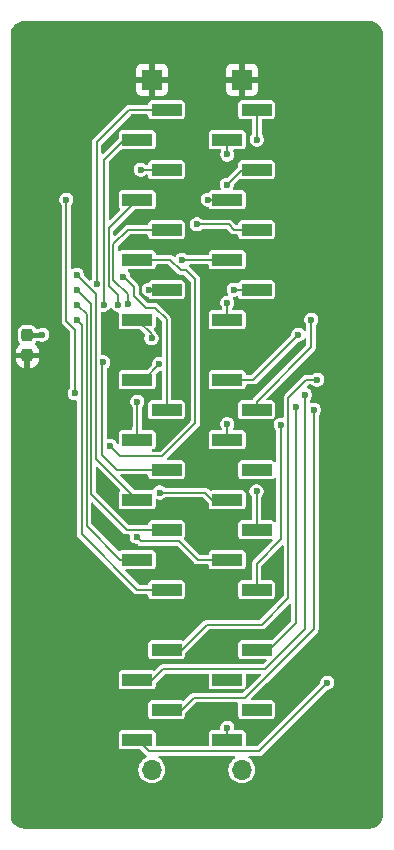
<source format=gbr>
G04 #@! TF.GenerationSoftware,KiCad,Pcbnew,9.0.7-9.0.7~ubuntu25.10.1*
G04 #@! TF.CreationDate,2026-02-01T15:36:23+09:00*
G04 #@! TF.ProjectId,bionic-tms370cx5x,62696f6e-6963-42d7-946d-733337306378,3*
G04 #@! TF.SameCoordinates,Original*
G04 #@! TF.FileFunction,Copper,L2,Bot*
G04 #@! TF.FilePolarity,Positive*
%FSLAX46Y46*%
G04 Gerber Fmt 4.6, Leading zero omitted, Abs format (unit mm)*
G04 Created by KiCad (PCBNEW 9.0.7-9.0.7~ubuntu25.10.1) date 2026-02-01 15:36:23*
%MOMM*%
%LPD*%
G01*
G04 APERTURE LIST*
G04 Aperture macros list*
%AMRoundRect*
0 Rectangle with rounded corners*
0 $1 Rounding radius*
0 $2 $3 $4 $5 $6 $7 $8 $9 X,Y pos of 4 corners*
0 Add a 4 corners polygon primitive as box body*
4,1,4,$2,$3,$4,$5,$6,$7,$8,$9,$2,$3,0*
0 Add four circle primitives for the rounded corners*
1,1,$1+$1,$2,$3*
1,1,$1+$1,$4,$5*
1,1,$1+$1,$6,$7*
1,1,$1+$1,$8,$9*
0 Add four rect primitives between the rounded corners*
20,1,$1+$1,$2,$3,$4,$5,0*
20,1,$1+$1,$4,$5,$6,$7,0*
20,1,$1+$1,$6,$7,$8,$9,0*
20,1,$1+$1,$8,$9,$2,$3,0*%
G04 Aperture macros list end*
G04 #@! TA.AperFunction,ComponentPad*
%ADD10O,1.700000X1.700000*%
G04 #@! TD*
G04 #@! TA.AperFunction,SMDPad,CuDef*
%ADD11R,2.510000X1.000000*%
G04 #@! TD*
G04 #@! TA.AperFunction,ComponentPad*
%ADD12R,1.700000X1.700000*%
G04 #@! TD*
G04 #@! TA.AperFunction,SMDPad,CuDef*
%ADD13RoundRect,0.237500X-0.237500X0.300000X-0.237500X-0.300000X0.237500X-0.300000X0.237500X0.300000X0*%
G04 #@! TD*
G04 #@! TA.AperFunction,ViaPad*
%ADD14C,0.600000*%
G04 #@! TD*
G04 #@! TA.AperFunction,Conductor*
%ADD15C,0.400000*%
G04 #@! TD*
G04 #@! TA.AperFunction,Conductor*
%ADD16C,0.200000*%
G04 #@! TD*
G04 APERTURE END LIST*
D10*
X117510000Y-133500000D03*
D11*
X116265400Y-130960000D03*
X118754600Y-128420000D03*
X116265400Y-125880000D03*
X118754600Y-123340000D03*
X118754600Y-118260000D03*
X116265400Y-115720000D03*
X118754600Y-113180000D03*
X116265400Y-110640000D03*
X118754600Y-108100000D03*
X116265400Y-105560000D03*
X118754600Y-103020000D03*
X116265400Y-100480000D03*
X116265400Y-95400000D03*
X118754600Y-92860000D03*
X116265400Y-90320000D03*
X118754600Y-87780000D03*
X116265400Y-85240000D03*
X118754600Y-82700000D03*
X116265400Y-80160000D03*
X118754600Y-77620000D03*
D12*
X117510000Y-75080000D03*
D13*
X99349000Y-96700500D03*
X99349000Y-98425500D03*
D12*
X109890000Y-75080000D03*
D11*
X111134600Y-77620000D03*
X108645400Y-80160000D03*
X111134600Y-82700000D03*
X108645400Y-85240000D03*
X111134600Y-87780000D03*
X108645400Y-90320000D03*
X111134600Y-92860000D03*
X108645400Y-95400000D03*
X108645400Y-100480000D03*
X111134600Y-103020000D03*
X108645400Y-105560000D03*
X111134600Y-108100000D03*
X108645400Y-110640000D03*
X111134600Y-113180000D03*
X108645400Y-115720000D03*
X111134600Y-118260000D03*
X111134600Y-123340000D03*
X108645400Y-125880000D03*
X111134600Y-128420000D03*
X108645400Y-130960000D03*
D10*
X109890000Y-133500000D03*
D14*
X100619000Y-96670000D03*
X112176000Y-98194000D03*
X106842000Y-119123600D03*
X113700000Y-105560000D03*
X113700000Y-114196000D03*
X101381000Y-88821400D03*
X100238000Y-94765000D03*
X121828000Y-126769000D03*
X125130000Y-130960000D03*
X102143000Y-129385200D03*
X127670000Y-75080000D03*
X125892000Y-86510000D03*
X101635000Y-112672000D03*
X115427200Y-119123600D03*
X100619000Y-97940000D03*
X122590000Y-86637000D03*
X103540000Y-91590000D03*
X109636000Y-92860000D03*
X123606000Y-103020000D03*
X103540000Y-92860000D03*
X107033734Y-94128863D03*
X105765600Y-99006800D03*
X105203335Y-92400065D03*
X109864600Y-96974800D03*
X124749000Y-126134000D03*
X105810200Y-94130000D03*
X107451600Y-91742400D03*
X108655000Y-102334200D03*
X123885400Y-100480000D03*
X106334000Y-106068000D03*
X103365600Y-101623000D03*
X102651000Y-85240000D03*
X108950200Y-82700000D03*
X110534600Y-99133800D03*
X103540000Y-94130000D03*
X103540000Y-95400000D03*
X107858000Y-94104600D03*
X122844000Y-101750000D03*
X116265400Y-129944000D03*
X118754600Y-109928800D03*
X110550400Y-110030400D03*
X108620000Y-113780000D03*
X113700000Y-87322800D03*
X120812000Y-104290000D03*
X123377400Y-95400000D03*
X116824200Y-92860000D03*
X122082000Y-102766000D03*
X116240000Y-83970000D03*
X112430000Y-90320000D03*
X116265400Y-93952200D03*
X116265400Y-104239200D03*
X116265400Y-81404600D03*
X122285200Y-96670000D03*
X114639800Y-85240000D03*
X118780000Y-80160000D03*
D15*
X99252500Y-96670000D02*
X99222000Y-96700500D01*
X100619000Y-96670000D02*
X99252500Y-96670000D01*
D16*
X105165600Y-93215600D02*
X105165600Y-107160200D01*
X103540000Y-91590000D02*
X105165600Y-93215600D01*
X105165600Y-107160200D02*
X108645400Y-110640000D01*
X109636000Y-92860000D02*
X111134600Y-92860000D01*
X113446000Y-127404000D02*
X112430000Y-128420000D01*
X112430000Y-128420000D02*
X111134600Y-128420000D01*
X123606000Y-121562000D02*
X117764000Y-127404000D01*
X123606000Y-103020000D02*
X123606000Y-121562000D01*
X117764000Y-127404000D02*
X113446000Y-127404000D01*
X107807200Y-113180000D02*
X111134600Y-113180000D01*
X103540000Y-92860000D02*
X104765600Y-94085600D01*
X104765600Y-94085600D02*
X104765600Y-110138400D01*
X104765600Y-110138400D02*
X107807200Y-113180000D01*
X107033734Y-93305734D02*
X106232400Y-92504400D01*
X106232400Y-92504400D02*
X106232400Y-87653000D01*
X107033734Y-94128863D02*
X107033734Y-93305734D01*
X106232400Y-87653000D02*
X108645400Y-85240000D01*
X105699000Y-106830000D02*
X106969000Y-108100000D01*
X106969000Y-108100000D02*
X111134600Y-108100000D01*
X105699000Y-99073400D02*
X105699000Y-106830000D01*
X105765600Y-99006800D02*
X105699000Y-99073400D01*
X105216400Y-92387000D02*
X105216400Y-80363200D01*
X105203335Y-92400065D02*
X105216400Y-92387000D01*
X105216400Y-80363200D02*
X107959600Y-77620000D01*
X107959600Y-77620000D02*
X111134600Y-77620000D01*
X109864600Y-96619200D02*
X108645400Y-95400000D01*
X109864600Y-96974800D02*
X109864600Y-96619200D01*
X124749000Y-126134000D02*
X118957800Y-131925200D01*
X109610600Y-131925200D02*
X108645400Y-130960000D01*
X118957800Y-131925200D02*
X109610600Y-131925200D01*
X105810200Y-94130000D02*
X105826000Y-94114200D01*
X105826000Y-94114200D02*
X105826000Y-81861800D01*
X105826000Y-81861800D02*
X107527800Y-80160000D01*
X107527800Y-80160000D02*
X108645400Y-80160000D01*
X107451600Y-91742400D02*
X107502400Y-91742400D01*
X108366000Y-93368000D02*
X109382000Y-94384000D01*
X107502400Y-91742400D02*
X108366000Y-92606000D01*
X110144000Y-94384000D02*
X111134600Y-95374600D01*
X109382000Y-94384000D02*
X110144000Y-94384000D01*
X108366000Y-92606000D02*
X108366000Y-93368000D01*
X111134600Y-95374600D02*
X111134600Y-103020000D01*
X108655000Y-104509000D02*
X108645400Y-104518600D01*
X108655000Y-102334200D02*
X108655000Y-104509000D01*
X108645400Y-104518600D02*
X108645400Y-105560000D01*
X121447000Y-102004000D02*
X121447000Y-118945800D01*
X119186400Y-121206400D02*
X114563600Y-121206400D01*
X114563600Y-121206400D02*
X112430000Y-123340000D01*
X122971000Y-100480000D02*
X121447000Y-102004000D01*
X121447000Y-118945800D02*
X119186400Y-121206400D01*
X112430000Y-123340000D02*
X111134600Y-123340000D01*
X123885400Y-100480000D02*
X122971000Y-100480000D01*
X113573000Y-104163000D02*
X110779000Y-106957000D01*
X110779000Y-106957000D02*
X107223000Y-106957000D01*
X113573000Y-91971000D02*
X113573000Y-104163000D01*
X107223000Y-106957000D02*
X106334000Y-106068000D01*
X111464800Y-90320000D02*
X112328400Y-91183600D01*
X112785600Y-91183600D02*
X113573000Y-91971000D01*
X108645400Y-90320000D02*
X111464800Y-90320000D01*
X112328400Y-91183600D02*
X112785600Y-91183600D01*
X103365600Y-96241600D02*
X103365600Y-101623000D01*
X102651000Y-95527000D02*
X103365600Y-96241600D01*
X102651000Y-85240000D02*
X102651000Y-95527000D01*
X111134600Y-82700000D02*
X108950200Y-82700000D01*
X108645400Y-100480000D02*
X109188400Y-100480000D01*
X109188400Y-100480000D02*
X110534600Y-99133800D01*
X104365600Y-112862600D02*
X107223000Y-115720000D01*
X104365600Y-94955600D02*
X104365600Y-112862600D01*
X103540000Y-94130000D02*
X104365600Y-94955600D01*
X107223000Y-115720000D02*
X108645400Y-115720000D01*
X108670800Y-118260000D02*
X111134600Y-118260000D01*
X103965600Y-95825600D02*
X103965600Y-113554800D01*
X103540000Y-95400000D02*
X103965600Y-95825600D01*
X103965600Y-113554800D02*
X108670800Y-118260000D01*
X106633400Y-92016400D02*
X106633400Y-89004600D01*
X106633400Y-89004600D02*
X107858000Y-87780000D01*
X107858000Y-87780000D02*
X111134600Y-87780000D01*
X107858000Y-94104600D02*
X107858000Y-93241000D01*
X107858000Y-93241000D02*
X106633400Y-92016400D01*
X119491200Y-124965600D02*
X110855200Y-124965600D01*
X109940800Y-125880000D02*
X108645400Y-125880000D01*
X122844000Y-121612800D02*
X119491200Y-124965600D01*
X110855200Y-124965600D02*
X109940800Y-125880000D01*
X122844000Y-101750000D02*
X122844000Y-121612800D01*
X116265400Y-129944000D02*
X116265400Y-130960000D01*
X118754600Y-109928800D02*
X118754600Y-113180000D01*
X114411200Y-110030400D02*
X110550400Y-110030400D01*
X116265400Y-110640000D02*
X115020800Y-110640000D01*
X115020800Y-110640000D02*
X114411200Y-110030400D01*
X108975600Y-114145200D02*
X112226800Y-114145200D01*
X108620000Y-113780000D02*
X108620000Y-113789600D01*
X112226800Y-114145200D02*
X113801600Y-115720000D01*
X108620000Y-113789600D02*
X108975600Y-114145200D01*
X113801600Y-115720000D02*
X116265400Y-115720000D01*
X113700000Y-87322800D02*
X116417800Y-87322800D01*
X116875000Y-87780000D02*
X118754600Y-87780000D01*
X116417800Y-87322800D02*
X116875000Y-87780000D01*
X120812000Y-113992800D02*
X118754600Y-116050200D01*
X120812000Y-104290000D02*
X120812000Y-113992800D01*
X118754600Y-116050200D02*
X118754600Y-118260000D01*
X123377400Y-95400000D02*
X123377400Y-97711400D01*
X123377400Y-97711400D02*
X118754600Y-102334200D01*
X118754600Y-102334200D02*
X118754600Y-103020000D01*
X116824200Y-92860000D02*
X118754600Y-92860000D01*
X122082000Y-121054000D02*
X119796000Y-123340000D01*
X119796000Y-123340000D02*
X118754600Y-123340000D01*
X122082000Y-102766000D02*
X122082000Y-121054000D01*
X117510000Y-82700000D02*
X118754600Y-82700000D01*
X116240000Y-83970000D02*
X117510000Y-82700000D01*
X112430000Y-90320000D02*
X116265400Y-90320000D01*
X116265400Y-93952200D02*
X116265400Y-95400000D01*
X116265400Y-104239200D02*
X116265400Y-105560000D01*
X116265400Y-81404600D02*
X116265400Y-80160000D01*
X122285200Y-96670000D02*
X118475200Y-100480000D01*
X118475200Y-100480000D02*
X116265400Y-100480000D01*
X116265400Y-85240000D02*
X114639800Y-85240000D01*
X118780000Y-80160000D02*
X118780000Y-77645400D01*
X118780000Y-77645400D02*
X118754600Y-77620000D01*
G04 #@! TA.AperFunction,Conductor*
G36*
X111316090Y-90739407D02*
G01*
X111327903Y-90749496D01*
X112082487Y-91504080D01*
X112082489Y-91504081D01*
X112082490Y-91504082D01*
X112082491Y-91504083D01*
X112173808Y-91556805D01*
X112173806Y-91556805D01*
X112173810Y-91556806D01*
X112173812Y-91556807D01*
X112275673Y-91584100D01*
X112578699Y-91584100D01*
X112636890Y-91603007D01*
X112648703Y-91613096D01*
X113143504Y-92107896D01*
X113171281Y-92162413D01*
X113172500Y-92177900D01*
X113172500Y-103956099D01*
X113153593Y-104014290D01*
X113143504Y-104026103D01*
X110642103Y-106527504D01*
X110587586Y-106555281D01*
X110572099Y-106556500D01*
X109968222Y-106556500D01*
X109910031Y-106537593D01*
X109874067Y-106488093D01*
X109874067Y-106426907D01*
X109910031Y-106377407D01*
X109956817Y-106359159D01*
X109970391Y-106357585D01*
X110073165Y-106312206D01*
X110152606Y-106232765D01*
X110197985Y-106129991D01*
X110200900Y-106104865D01*
X110200899Y-105015136D01*
X110197985Y-104990009D01*
X110152606Y-104887235D01*
X110073165Y-104807794D01*
X109970391Y-104762415D01*
X109970390Y-104762414D01*
X109970388Y-104762414D01*
X109945269Y-104759500D01*
X109945265Y-104759500D01*
X109144900Y-104759500D01*
X109129988Y-104754655D01*
X109114307Y-104754655D01*
X109101621Y-104745438D01*
X109086709Y-104740593D01*
X109077492Y-104727907D01*
X109064807Y-104718691D01*
X109059961Y-104703778D01*
X109050745Y-104691093D01*
X109045900Y-104660500D01*
X109045900Y-104610589D01*
X109049273Y-104584967D01*
X109049663Y-104583507D01*
X109055500Y-104561727D01*
X109055500Y-102823943D01*
X109074407Y-102765752D01*
X109084490Y-102753945D01*
X109135520Y-102702916D01*
X109214577Y-102565984D01*
X109255500Y-102413257D01*
X109255500Y-102255143D01*
X109214577Y-102102416D01*
X109135520Y-101965484D01*
X109023716Y-101853680D01*
X108886784Y-101774623D01*
X108734057Y-101733700D01*
X108575943Y-101733700D01*
X108423216Y-101774623D01*
X108286284Y-101853680D01*
X108174480Y-101965484D01*
X108095423Y-102102416D01*
X108054500Y-102255143D01*
X108054500Y-102413257D01*
X108095423Y-102565984D01*
X108174480Y-102702916D01*
X108225505Y-102753941D01*
X108253281Y-102808456D01*
X108254500Y-102823943D01*
X108254500Y-104417010D01*
X108251127Y-104442631D01*
X108244900Y-104465870D01*
X108244900Y-104660500D01*
X108225993Y-104718691D01*
X108176493Y-104754655D01*
X108145900Y-104759500D01*
X107345539Y-104759500D01*
X107345536Y-104759501D01*
X107320409Y-104762414D01*
X107217635Y-104807794D01*
X107138194Y-104887235D01*
X107092814Y-104990011D01*
X107089900Y-105015130D01*
X107089900Y-105816927D01*
X107070993Y-105875118D01*
X107021493Y-105911082D01*
X106960307Y-105911082D01*
X106910807Y-105875118D01*
X106895273Y-105842549D01*
X106893577Y-105836216D01*
X106814520Y-105699284D01*
X106702716Y-105587480D01*
X106565784Y-105508423D01*
X106413057Y-105467500D01*
X106254943Y-105467500D01*
X106254940Y-105467500D01*
X106224121Y-105475758D01*
X106163020Y-105472555D01*
X106115471Y-105434049D01*
X106099500Y-105380131D01*
X106099500Y-99562856D01*
X106118407Y-99504665D01*
X106130289Y-99492470D01*
X106129727Y-99491908D01*
X106134313Y-99487321D01*
X106134316Y-99487320D01*
X106246120Y-99375516D01*
X106325177Y-99238584D01*
X106366100Y-99085857D01*
X106366100Y-98927743D01*
X106325177Y-98775016D01*
X106246120Y-98638084D01*
X106134316Y-98526280D01*
X105997384Y-98447223D01*
X105844657Y-98406300D01*
X105686543Y-98406300D01*
X105686542Y-98406300D01*
X105680111Y-98407147D01*
X105679776Y-98404610D01*
X105629602Y-98401970D01*
X105582060Y-98363455D01*
X105566100Y-98309553D01*
X105566100Y-94815296D01*
X105585007Y-94757105D01*
X105634507Y-94721141D01*
X105690721Y-94719669D01*
X105731143Y-94730500D01*
X105731145Y-94730500D01*
X105889255Y-94730500D01*
X105889257Y-94730500D01*
X106041984Y-94689577D01*
X106178916Y-94610520D01*
X106290720Y-94498716D01*
X106336559Y-94419318D01*
X106382027Y-94378378D01*
X106442877Y-94371982D01*
X106495866Y-94402574D01*
X106508027Y-94419312D01*
X106553214Y-94497579D01*
X106665018Y-94609383D01*
X106801950Y-94688440D01*
X106954677Y-94729363D01*
X106954679Y-94729363D01*
X106993342Y-94729363D01*
X107051533Y-94748270D01*
X107087497Y-94797770D01*
X107091682Y-94839773D01*
X107089900Y-94855130D01*
X107089900Y-95944860D01*
X107089901Y-95944863D01*
X107092814Y-95969990D01*
X107113349Y-96016497D01*
X107138194Y-96072765D01*
X107217635Y-96152206D01*
X107320409Y-96197585D01*
X107345535Y-96200500D01*
X108838498Y-96200499D01*
X108896689Y-96219406D01*
X108908502Y-96229495D01*
X109294132Y-96615125D01*
X109321909Y-96669642D01*
X109312338Y-96730074D01*
X109309869Y-96734622D01*
X109305023Y-96743015D01*
X109305023Y-96743016D01*
X109264100Y-96895743D01*
X109264100Y-97053857D01*
X109305023Y-97206584D01*
X109384080Y-97343516D01*
X109495884Y-97455320D01*
X109632816Y-97534377D01*
X109785543Y-97575300D01*
X109785545Y-97575300D01*
X109943655Y-97575300D01*
X109943657Y-97575300D01*
X110096384Y-97534377D01*
X110233316Y-97455320D01*
X110345120Y-97343516D01*
X110424177Y-97206584D01*
X110465100Y-97053857D01*
X110465100Y-96895743D01*
X110424177Y-96743016D01*
X110345120Y-96606084D01*
X110329979Y-96590943D01*
X110269066Y-96530029D01*
X110243443Y-96485648D01*
X110237807Y-96464612D01*
X110195735Y-96391741D01*
X110185083Y-96373291D01*
X110185079Y-96373286D01*
X110088585Y-96276791D01*
X110060808Y-96222275D01*
X110070380Y-96161843D01*
X110088583Y-96136787D01*
X110152606Y-96072765D01*
X110197985Y-95969991D01*
X110200900Y-95944865D01*
X110200899Y-95246299D01*
X110219806Y-95188109D01*
X110269306Y-95152145D01*
X110330492Y-95152145D01*
X110369903Y-95176296D01*
X110705104Y-95511497D01*
X110732881Y-95566014D01*
X110734100Y-95581501D01*
X110734100Y-98436553D01*
X110715193Y-98494744D01*
X110665693Y-98530708D01*
X110620384Y-98531898D01*
X110620089Y-98534147D01*
X110613657Y-98533300D01*
X110455543Y-98533300D01*
X110302816Y-98574223D01*
X110165884Y-98653280D01*
X110054080Y-98765084D01*
X109975023Y-98902016D01*
X109938237Y-99039306D01*
X109934100Y-99054744D01*
X109934100Y-99126898D01*
X109915193Y-99185089D01*
X109905104Y-99196902D01*
X109451502Y-99650504D01*
X109396985Y-99678281D01*
X109381498Y-99679500D01*
X107345539Y-99679500D01*
X107345536Y-99679501D01*
X107320409Y-99682414D01*
X107217635Y-99727794D01*
X107138194Y-99807235D01*
X107092814Y-99910011D01*
X107089900Y-99935130D01*
X107089900Y-101024860D01*
X107089901Y-101024863D01*
X107092814Y-101049990D01*
X107102139Y-101071109D01*
X107138194Y-101152765D01*
X107217635Y-101232206D01*
X107320409Y-101277585D01*
X107345535Y-101280500D01*
X109945264Y-101280499D01*
X109970391Y-101277585D01*
X110073165Y-101232206D01*
X110152606Y-101152765D01*
X110197985Y-101049991D01*
X110200900Y-101024865D01*
X110200899Y-100074899D01*
X110219806Y-100016709D01*
X110229896Y-100004896D01*
X110471497Y-99763296D01*
X110477542Y-99760215D01*
X110481398Y-99754631D01*
X110502538Y-99747479D01*
X110526013Y-99735519D01*
X110539117Y-99734329D01*
X110540321Y-99734300D01*
X110613657Y-99734300D01*
X110620898Y-99732359D01*
X110632717Y-99732075D01*
X110651238Y-99737603D01*
X110670546Y-99738609D01*
X110679862Y-99746148D01*
X110691346Y-99749576D01*
X110703081Y-99764937D01*
X110718109Y-99777097D01*
X110721745Y-99789366D01*
X110728491Y-99798195D01*
X110728856Y-99813354D01*
X110734100Y-99831046D01*
X110734100Y-102120500D01*
X110715193Y-102178691D01*
X110665693Y-102214655D01*
X110635100Y-102219500D01*
X109834739Y-102219500D01*
X109834736Y-102219501D01*
X109809609Y-102222414D01*
X109706835Y-102267794D01*
X109627394Y-102347235D01*
X109582014Y-102450011D01*
X109579100Y-102475130D01*
X109579100Y-103564860D01*
X109579101Y-103564863D01*
X109582014Y-103589990D01*
X109587375Y-103602131D01*
X109627394Y-103692765D01*
X109706835Y-103772206D01*
X109809609Y-103817585D01*
X109834735Y-103820500D01*
X112434464Y-103820499D01*
X112459591Y-103817585D01*
X112562365Y-103772206D01*
X112641806Y-103692765D01*
X112687185Y-103589991D01*
X112690100Y-103564865D01*
X112690099Y-102475136D01*
X112687185Y-102450009D01*
X112641806Y-102347235D01*
X112562365Y-102267794D01*
X112459591Y-102222415D01*
X112459590Y-102222414D01*
X112459588Y-102222414D01*
X112434469Y-102219500D01*
X112434465Y-102219500D01*
X111634100Y-102219500D01*
X111575909Y-102200593D01*
X111539945Y-102151093D01*
X111535100Y-102120500D01*
X111535100Y-95321874D01*
X111535100Y-95321873D01*
X111507807Y-95220013D01*
X111507807Y-95220012D01*
X111507807Y-95220011D01*
X111455083Y-95128691D01*
X111455081Y-95128689D01*
X111455080Y-95128687D01*
X110389913Y-94063520D01*
X110389910Y-94063518D01*
X110389908Y-94063516D01*
X110298591Y-94010794D01*
X110298593Y-94010794D01*
X110259070Y-94000204D01*
X110196727Y-93983500D01*
X110196725Y-93983500D01*
X109588901Y-93983500D01*
X109530710Y-93964593D01*
X109518897Y-93954504D01*
X108795496Y-93231103D01*
X108767719Y-93176586D01*
X108766500Y-93161099D01*
X108766500Y-92780943D01*
X109035500Y-92780943D01*
X109035500Y-92939057D01*
X109076423Y-93091784D01*
X109155480Y-93228716D01*
X109267284Y-93340520D01*
X109404216Y-93419577D01*
X109554868Y-93459944D01*
X109606179Y-93493266D01*
X109619806Y-93515581D01*
X109627392Y-93532762D01*
X109627393Y-93532763D01*
X109627394Y-93532765D01*
X109706835Y-93612206D01*
X109809609Y-93657585D01*
X109834735Y-93660500D01*
X112434464Y-93660499D01*
X112459591Y-93657585D01*
X112562365Y-93612206D01*
X112641806Y-93532765D01*
X112687185Y-93429991D01*
X112690100Y-93404865D01*
X112690099Y-92315136D01*
X112687185Y-92290009D01*
X112641806Y-92187235D01*
X112562365Y-92107794D01*
X112459591Y-92062415D01*
X112459590Y-92062414D01*
X112459588Y-92062414D01*
X112434468Y-92059500D01*
X109834739Y-92059500D01*
X109834736Y-92059501D01*
X109809609Y-92062414D01*
X109706835Y-92107794D01*
X109627393Y-92187236D01*
X109619806Y-92204420D01*
X109579004Y-92250015D01*
X109554866Y-92260056D01*
X109404216Y-92300423D01*
X109267284Y-92379480D01*
X109155480Y-92491284D01*
X109076423Y-92628216D01*
X109035500Y-92780943D01*
X108766500Y-92780943D01*
X108766500Y-92553274D01*
X108766500Y-92553273D01*
X108741340Y-92459374D01*
X108739207Y-92451412D01*
X108697677Y-92379480D01*
X108686483Y-92360091D01*
X108686482Y-92360090D01*
X108686481Y-92360089D01*
X108686480Y-92360087D01*
X108081096Y-91754703D01*
X108053319Y-91700186D01*
X108052100Y-91684699D01*
X108052100Y-91663344D01*
X108048664Y-91650520D01*
X108011177Y-91510616D01*
X107932120Y-91373684D01*
X107847936Y-91289500D01*
X107820161Y-91234986D01*
X107829732Y-91174554D01*
X107872997Y-91131289D01*
X107917938Y-91120499D01*
X109945264Y-91120499D01*
X109970391Y-91117585D01*
X110073165Y-91072206D01*
X110152606Y-90992765D01*
X110197985Y-90889991D01*
X110200900Y-90864865D01*
X110200900Y-90819500D01*
X110219807Y-90761309D01*
X110269307Y-90725345D01*
X110299900Y-90720500D01*
X111257899Y-90720500D01*
X111316090Y-90739407D01*
G37*
G04 #@! TD.AperFunction*
G04 #@! TA.AperFunction,Conductor*
G36*
X128309309Y-70100877D02*
G01*
X128499457Y-70117512D01*
X128516437Y-70120505D01*
X128696635Y-70168789D01*
X128712839Y-70174687D01*
X128881902Y-70253523D01*
X128896842Y-70262149D01*
X129049641Y-70369140D01*
X129062861Y-70380232D01*
X129194767Y-70512138D01*
X129205859Y-70525358D01*
X129312850Y-70678157D01*
X129321478Y-70693101D01*
X129400308Y-70862151D01*
X129406211Y-70878368D01*
X129454492Y-71058555D01*
X129457488Y-71075550D01*
X129474123Y-71265690D01*
X129474500Y-71274318D01*
X129474500Y-137305681D01*
X129474123Y-137314309D01*
X129457488Y-137504449D01*
X129454492Y-137521444D01*
X129406211Y-137701631D01*
X129400308Y-137717848D01*
X129321478Y-137886898D01*
X129312850Y-137901842D01*
X129205859Y-138054641D01*
X129194767Y-138067861D01*
X129062861Y-138199767D01*
X129049641Y-138210859D01*
X128896842Y-138317850D01*
X128881898Y-138326478D01*
X128712848Y-138405308D01*
X128696631Y-138411211D01*
X128516444Y-138459492D01*
X128499449Y-138462488D01*
X128309309Y-138479123D01*
X128300681Y-138479500D01*
X99099319Y-138479500D01*
X99090691Y-138479123D01*
X98900550Y-138462488D01*
X98883555Y-138459492D01*
X98703368Y-138411211D01*
X98687154Y-138405309D01*
X98518100Y-138326477D01*
X98503157Y-138317850D01*
X98350358Y-138210859D01*
X98337138Y-138199767D01*
X98205232Y-138067861D01*
X98194140Y-138054641D01*
X98087149Y-137901842D01*
X98078523Y-137886902D01*
X97999687Y-137717839D01*
X97993788Y-137701631D01*
X97974843Y-137630926D01*
X97945505Y-137521437D01*
X97942512Y-137504457D01*
X97925877Y-137314309D01*
X97925500Y-137305681D01*
X97925500Y-130415130D01*
X107089900Y-130415130D01*
X107089900Y-131504860D01*
X107089901Y-131504863D01*
X107092814Y-131529990D01*
X107118156Y-131587385D01*
X107138194Y-131632765D01*
X107217635Y-131712206D01*
X107320409Y-131757585D01*
X107345535Y-131760500D01*
X108838498Y-131760499D01*
X108896689Y-131779406D01*
X108908501Y-131789495D01*
X109364686Y-132245679D01*
X109364688Y-132245681D01*
X109419079Y-132277084D01*
X109460019Y-132322554D01*
X109466414Y-132383404D01*
X109435821Y-132436392D01*
X109414524Y-132451029D01*
X109287011Y-132516000D01*
X109287009Y-132516001D01*
X109199101Y-132579869D01*
X109140499Y-132622447D01*
X109012447Y-132750499D01*
X108959225Y-132823752D01*
X108906002Y-132897008D01*
X108823788Y-133058362D01*
X108767828Y-133230593D01*
X108739500Y-133409450D01*
X108739500Y-133590549D01*
X108767828Y-133769406D01*
X108767829Y-133769409D01*
X108823789Y-133941639D01*
X108906004Y-134102994D01*
X109012447Y-134249501D01*
X109140499Y-134377553D01*
X109287006Y-134483996D01*
X109448361Y-134566211D01*
X109620591Y-134622171D01*
X109692136Y-134633502D01*
X109799451Y-134650500D01*
X109799454Y-134650500D01*
X109980549Y-134650500D01*
X110069977Y-134636335D01*
X110159409Y-134622171D01*
X110331639Y-134566211D01*
X110492994Y-134483996D01*
X110639501Y-134377553D01*
X110767553Y-134249501D01*
X110873996Y-134102994D01*
X110956211Y-133941639D01*
X111012171Y-133769409D01*
X111040500Y-133590546D01*
X111040500Y-133409454D01*
X111040500Y-133409450D01*
X111012171Y-133230593D01*
X111012171Y-133230591D01*
X110956211Y-133058361D01*
X110873996Y-132897006D01*
X110767553Y-132750499D01*
X110639501Y-132622447D01*
X110492994Y-132516004D01*
X110492990Y-132516001D01*
X110492988Y-132516000D01*
X110486921Y-132512909D01*
X110443657Y-132469644D01*
X110434086Y-132409212D01*
X110461864Y-132354696D01*
X110516381Y-132326919D01*
X110531867Y-132325700D01*
X116868133Y-132325700D01*
X116926324Y-132344607D01*
X116962288Y-132394107D01*
X116962288Y-132455293D01*
X116926324Y-132504793D01*
X116913079Y-132512909D01*
X116907011Y-132516000D01*
X116907009Y-132516001D01*
X116819101Y-132579869D01*
X116760499Y-132622447D01*
X116632447Y-132750499D01*
X116579225Y-132823752D01*
X116526002Y-132897008D01*
X116443788Y-133058362D01*
X116387828Y-133230593D01*
X116359500Y-133409450D01*
X116359500Y-133590549D01*
X116387828Y-133769406D01*
X116387829Y-133769409D01*
X116443789Y-133941639D01*
X116526004Y-134102994D01*
X116632447Y-134249501D01*
X116760499Y-134377553D01*
X116907006Y-134483996D01*
X117068361Y-134566211D01*
X117240591Y-134622171D01*
X117312136Y-134633502D01*
X117419451Y-134650500D01*
X117419454Y-134650500D01*
X117600549Y-134650500D01*
X117689977Y-134636335D01*
X117779409Y-134622171D01*
X117951639Y-134566211D01*
X118112994Y-134483996D01*
X118259501Y-134377553D01*
X118387553Y-134249501D01*
X118493996Y-134102994D01*
X118576211Y-133941639D01*
X118632171Y-133769409D01*
X118660500Y-133590546D01*
X118660500Y-133409454D01*
X118660500Y-133409450D01*
X118632171Y-133230593D01*
X118632171Y-133230591D01*
X118576211Y-133058361D01*
X118493996Y-132897006D01*
X118387553Y-132750499D01*
X118259501Y-132622447D01*
X118112994Y-132516004D01*
X118112990Y-132516001D01*
X118112988Y-132516000D01*
X118106921Y-132512909D01*
X118063657Y-132469644D01*
X118054086Y-132409212D01*
X118081864Y-132354696D01*
X118136381Y-132326919D01*
X118151867Y-132325700D01*
X119010525Y-132325700D01*
X119010527Y-132325700D01*
X119112388Y-132298407D01*
X119112390Y-132298405D01*
X119112392Y-132298405D01*
X119203708Y-132245683D01*
X119203708Y-132245682D01*
X119203713Y-132245680D01*
X124685896Y-126763495D01*
X124740413Y-126735719D01*
X124755900Y-126734500D01*
X124828055Y-126734500D01*
X124828057Y-126734500D01*
X124980784Y-126693577D01*
X125117716Y-126614520D01*
X125229520Y-126502716D01*
X125308577Y-126365784D01*
X125349500Y-126213057D01*
X125349500Y-126054943D01*
X125308577Y-125902216D01*
X125229520Y-125765284D01*
X125117716Y-125653480D01*
X124980784Y-125574423D01*
X124828057Y-125533500D01*
X124669943Y-125533500D01*
X124517216Y-125574423D01*
X124380284Y-125653480D01*
X124268480Y-125765284D01*
X124189423Y-125902216D01*
X124148500Y-126054944D01*
X124148500Y-126127099D01*
X124129593Y-126185290D01*
X124119504Y-126197103D01*
X118820903Y-131495704D01*
X118766386Y-131523481D01*
X118750899Y-131524700D01*
X117919900Y-131524700D01*
X117861709Y-131505793D01*
X117825745Y-131456293D01*
X117820900Y-131425700D01*
X117820899Y-130415139D01*
X117820899Y-130415136D01*
X117817985Y-130390009D01*
X117772606Y-130287235D01*
X117693165Y-130207794D01*
X117590391Y-130162415D01*
X117590390Y-130162414D01*
X117590388Y-130162414D01*
X117565269Y-130159500D01*
X117565265Y-130159500D01*
X116958359Y-130159500D01*
X116900168Y-130140593D01*
X116864204Y-130091093D01*
X116862733Y-130034875D01*
X116865900Y-130023057D01*
X116865900Y-129864943D01*
X116824977Y-129712216D01*
X116745920Y-129575284D01*
X116634116Y-129463480D01*
X116497184Y-129384423D01*
X116344457Y-129343500D01*
X116186343Y-129343500D01*
X116033616Y-129384423D01*
X115896684Y-129463480D01*
X115784880Y-129575284D01*
X115705823Y-129712216D01*
X115664900Y-129864943D01*
X115664900Y-130023057D01*
X115668067Y-130034875D01*
X115668068Y-130034880D01*
X115664863Y-130095982D01*
X115626356Y-130143530D01*
X115572440Y-130159500D01*
X114965539Y-130159500D01*
X114965536Y-130159501D01*
X114940409Y-130162414D01*
X114837635Y-130207794D01*
X114758194Y-130287235D01*
X114712814Y-130390011D01*
X114709900Y-130415130D01*
X114709900Y-130415132D01*
X114709901Y-131425700D01*
X114690994Y-131483891D01*
X114641494Y-131519855D01*
X114610901Y-131524700D01*
X110299900Y-131524700D01*
X110241709Y-131505793D01*
X110205745Y-131456293D01*
X110200900Y-131425700D01*
X110200899Y-130415139D01*
X110200899Y-130415136D01*
X110197985Y-130390009D01*
X110152606Y-130287235D01*
X110073165Y-130207794D01*
X109970391Y-130162415D01*
X109970390Y-130162414D01*
X109970388Y-130162414D01*
X109945268Y-130159500D01*
X107345539Y-130159500D01*
X107345536Y-130159501D01*
X107320409Y-130162414D01*
X107217635Y-130207794D01*
X107138194Y-130287235D01*
X107092814Y-130390011D01*
X107089900Y-130415130D01*
X97925500Y-130415130D01*
X97925500Y-125335130D01*
X107089900Y-125335130D01*
X107089900Y-126424860D01*
X107089901Y-126424863D01*
X107092814Y-126449990D01*
X107116095Y-126502715D01*
X107138194Y-126552765D01*
X107217635Y-126632206D01*
X107320409Y-126677585D01*
X107345535Y-126680500D01*
X109945264Y-126680499D01*
X109970391Y-126677585D01*
X110073165Y-126632206D01*
X110152606Y-126552765D01*
X110197985Y-126449991D01*
X110200900Y-126424865D01*
X110200899Y-126227299D01*
X110219806Y-126169110D01*
X110229896Y-126157296D01*
X110992098Y-125395096D01*
X111046614Y-125367319D01*
X111062101Y-125366100D01*
X114610900Y-125366100D01*
X114669091Y-125385007D01*
X114705055Y-125434507D01*
X114709900Y-125465100D01*
X114709900Y-126424860D01*
X114709901Y-126424863D01*
X114712814Y-126449990D01*
X114736095Y-126502715D01*
X114758194Y-126552765D01*
X114837635Y-126632206D01*
X114940409Y-126677585D01*
X114965535Y-126680500D01*
X117565264Y-126680499D01*
X117590391Y-126677585D01*
X117693165Y-126632206D01*
X117772606Y-126552765D01*
X117817985Y-126449991D01*
X117820900Y-126424865D01*
X117820899Y-125465099D01*
X117839806Y-125406909D01*
X117889306Y-125370945D01*
X117919899Y-125366100D01*
X118996499Y-125366100D01*
X119054690Y-125385007D01*
X119090654Y-125434507D01*
X119090654Y-125495693D01*
X119066503Y-125535104D01*
X117927318Y-126674288D01*
X117814688Y-126786918D01*
X117814687Y-126786917D01*
X117627103Y-126974503D01*
X117572586Y-127002281D01*
X117557099Y-127003500D01*
X113498727Y-127003500D01*
X113393273Y-127003500D01*
X113330929Y-127020204D01*
X113291407Y-127030794D01*
X113200091Y-127083516D01*
X113200086Y-127083520D01*
X112647394Y-127636211D01*
X112592878Y-127663988D01*
X112537404Y-127656772D01*
X112459591Y-127622415D01*
X112459588Y-127622414D01*
X112434468Y-127619500D01*
X109834739Y-127619500D01*
X109834736Y-127619501D01*
X109809609Y-127622414D01*
X109706835Y-127667794D01*
X109627394Y-127747235D01*
X109582014Y-127850011D01*
X109579100Y-127875130D01*
X109579100Y-128964860D01*
X109579101Y-128964863D01*
X109582014Y-128989990D01*
X109607356Y-129047385D01*
X109627394Y-129092765D01*
X109706835Y-129172206D01*
X109809609Y-129217585D01*
X109834735Y-129220500D01*
X112434464Y-129220499D01*
X112459591Y-129217585D01*
X112562365Y-129172206D01*
X112641806Y-129092765D01*
X112687185Y-128989991D01*
X112690100Y-128964865D01*
X112690099Y-128767299D01*
X112709006Y-128709110D01*
X112719096Y-128697296D01*
X113582898Y-127833496D01*
X113637414Y-127805719D01*
X113652901Y-127804500D01*
X117100100Y-127804500D01*
X117158291Y-127823407D01*
X117194255Y-127872907D01*
X117199100Y-127903500D01*
X117199100Y-128964860D01*
X117199101Y-128964863D01*
X117202014Y-128989990D01*
X117227356Y-129047385D01*
X117247394Y-129092765D01*
X117326835Y-129172206D01*
X117429609Y-129217585D01*
X117454735Y-129220500D01*
X120054464Y-129220499D01*
X120079591Y-129217585D01*
X120182365Y-129172206D01*
X120261806Y-129092765D01*
X120307185Y-128989991D01*
X120310100Y-128964865D01*
X120310099Y-127875136D01*
X120307185Y-127850009D01*
X120261806Y-127747235D01*
X120182365Y-127667794D01*
X120079591Y-127622415D01*
X120079590Y-127622414D01*
X120079588Y-127622414D01*
X120054469Y-127619500D01*
X120054465Y-127619500D01*
X118353900Y-127619500D01*
X118295709Y-127600593D01*
X118259745Y-127551093D01*
X118259745Y-127489907D01*
X118283896Y-127450496D01*
X119607293Y-126127099D01*
X123851910Y-121882481D01*
X123851913Y-121882480D01*
X123926480Y-121807913D01*
X123979207Y-121716587D01*
X124006501Y-121614727D01*
X124006501Y-121509273D01*
X124006501Y-121503211D01*
X124006500Y-121503193D01*
X124006500Y-103509743D01*
X124025407Y-103451552D01*
X124035490Y-103439745D01*
X124086520Y-103388716D01*
X124165577Y-103251784D01*
X124206500Y-103099057D01*
X124206500Y-102940943D01*
X124165577Y-102788216D01*
X124086520Y-102651284D01*
X123974716Y-102539480D01*
X123837784Y-102460423D01*
X123685057Y-102419500D01*
X123526943Y-102419500D01*
X123374216Y-102460423D01*
X123374214Y-102460423D01*
X123369123Y-102461788D01*
X123341042Y-102460316D01*
X123312907Y-102460316D01*
X123310719Y-102458726D01*
X123308021Y-102458585D01*
X123286172Y-102440892D01*
X123263407Y-102424352D01*
X123262571Y-102421780D01*
X123260472Y-102420080D01*
X123244500Y-102366161D01*
X123244500Y-102239743D01*
X123263407Y-102181552D01*
X123273490Y-102169745D01*
X123324520Y-102118716D01*
X123403577Y-101981784D01*
X123444500Y-101829057D01*
X123444500Y-101670943D01*
X123403577Y-101518216D01*
X123324520Y-101381284D01*
X123212716Y-101269480D01*
X123075784Y-101190423D01*
X123075783Y-101190422D01*
X123075780Y-101190421D01*
X123045180Y-101182222D01*
X123036307Y-101176459D01*
X123025859Y-101174805D01*
X123011224Y-101160170D01*
X122993866Y-101148898D01*
X122990075Y-101139021D01*
X122982594Y-101131541D01*
X122979356Y-101111096D01*
X122971940Y-101091776D01*
X122974677Y-101081558D01*
X122973023Y-101071109D01*
X122982418Y-101052668D01*
X122987776Y-101032676D01*
X123000801Y-101016592D01*
X123107898Y-100909496D01*
X123162414Y-100881719D01*
X123177901Y-100880500D01*
X123395656Y-100880500D01*
X123453847Y-100899407D01*
X123465659Y-100909496D01*
X123516681Y-100960517D01*
X123516684Y-100960520D01*
X123653616Y-101039577D01*
X123806343Y-101080500D01*
X123806345Y-101080500D01*
X123964455Y-101080500D01*
X123964457Y-101080500D01*
X124117184Y-101039577D01*
X124254116Y-100960520D01*
X124365920Y-100848716D01*
X124444977Y-100711784D01*
X124485900Y-100559057D01*
X124485900Y-100400943D01*
X124444977Y-100248216D01*
X124365920Y-100111284D01*
X124254116Y-99999480D01*
X124117184Y-99920423D01*
X123964457Y-99879500D01*
X123806343Y-99879500D01*
X123653616Y-99920423D01*
X123628143Y-99935130D01*
X123516681Y-99999482D01*
X123465659Y-100050504D01*
X123411142Y-100078281D01*
X123395656Y-100079500D01*
X122918273Y-100079500D01*
X122867343Y-100093146D01*
X122816411Y-100106793D01*
X122794385Y-100119511D01*
X122794384Y-100119510D01*
X122725088Y-100159519D01*
X121126516Y-101758091D01*
X121073794Y-101849408D01*
X121073793Y-101849410D01*
X121072355Y-101854780D01*
X121072354Y-101854784D01*
X121046500Y-101951274D01*
X121046500Y-103602131D01*
X121027593Y-103660322D01*
X120978093Y-103696286D01*
X120921879Y-103697758D01*
X120891059Y-103689500D01*
X120891057Y-103689500D01*
X120732943Y-103689500D01*
X120580216Y-103730423D01*
X120443284Y-103809480D01*
X120331480Y-103921284D01*
X120252423Y-104058216D01*
X120211500Y-104210943D01*
X120211500Y-104369057D01*
X120252423Y-104521784D01*
X120331480Y-104658716D01*
X120382505Y-104709741D01*
X120410281Y-104764256D01*
X120411500Y-104779743D01*
X120411500Y-107337922D01*
X120392593Y-107396113D01*
X120343093Y-107432077D01*
X120281907Y-107432077D01*
X120242498Y-107407927D01*
X120182365Y-107347794D01*
X120079591Y-107302415D01*
X120079590Y-107302414D01*
X120079588Y-107302414D01*
X120054468Y-107299500D01*
X117454739Y-107299500D01*
X117454736Y-107299501D01*
X117429609Y-107302414D01*
X117326835Y-107347794D01*
X117247394Y-107427235D01*
X117202014Y-107530011D01*
X117199100Y-107555130D01*
X117199100Y-108644860D01*
X117199101Y-108644863D01*
X117202014Y-108669990D01*
X117227356Y-108727385D01*
X117247394Y-108772765D01*
X117326835Y-108852206D01*
X117429609Y-108897585D01*
X117454735Y-108900500D01*
X120054464Y-108900499D01*
X120079591Y-108897585D01*
X120182365Y-108852206D01*
X120242498Y-108792072D01*
X120297013Y-108764297D01*
X120357445Y-108773868D01*
X120400710Y-108817133D01*
X120411500Y-108862078D01*
X120411500Y-112417922D01*
X120392593Y-112476113D01*
X120343093Y-112512077D01*
X120281907Y-112512077D01*
X120242498Y-112487927D01*
X120182365Y-112427794D01*
X120079591Y-112382415D01*
X120079590Y-112382414D01*
X120079588Y-112382414D01*
X120054469Y-112379500D01*
X120054465Y-112379500D01*
X119254100Y-112379500D01*
X119195909Y-112360593D01*
X119159945Y-112311093D01*
X119155100Y-112280500D01*
X119155100Y-110418543D01*
X119174007Y-110360352D01*
X119184090Y-110348545D01*
X119235120Y-110297516D01*
X119314177Y-110160584D01*
X119355100Y-110007857D01*
X119355100Y-109849743D01*
X119314177Y-109697016D01*
X119235120Y-109560084D01*
X119123316Y-109448280D01*
X118986384Y-109369223D01*
X118833657Y-109328300D01*
X118675543Y-109328300D01*
X118522816Y-109369223D01*
X118385884Y-109448280D01*
X118274080Y-109560084D01*
X118195023Y-109697016D01*
X118154100Y-109849743D01*
X118154100Y-110007857D01*
X118195023Y-110160584D01*
X118274080Y-110297516D01*
X118325105Y-110348541D01*
X118352881Y-110403056D01*
X118354100Y-110418543D01*
X118354100Y-112280500D01*
X118335193Y-112338691D01*
X118285693Y-112374655D01*
X118255100Y-112379500D01*
X117454739Y-112379500D01*
X117454736Y-112379501D01*
X117429609Y-112382414D01*
X117326835Y-112427794D01*
X117247394Y-112507235D01*
X117202014Y-112610011D01*
X117199100Y-112635130D01*
X117199100Y-113724860D01*
X117199101Y-113724863D01*
X117202014Y-113749990D01*
X117224409Y-113800708D01*
X117247394Y-113852765D01*
X117326835Y-113932206D01*
X117429609Y-113977585D01*
X117454735Y-113980500D01*
X120018900Y-113980499D01*
X120077091Y-113999406D01*
X120113055Y-114048906D01*
X120113055Y-114110092D01*
X120088904Y-114149503D01*
X118434116Y-115804291D01*
X118381393Y-115895611D01*
X118381392Y-115895611D01*
X118381393Y-115895612D01*
X118354100Y-115997473D01*
X118354100Y-117360500D01*
X118335193Y-117418691D01*
X118285693Y-117454655D01*
X118255100Y-117459500D01*
X117454739Y-117459500D01*
X117454736Y-117459501D01*
X117429609Y-117462414D01*
X117326835Y-117507794D01*
X117247394Y-117587235D01*
X117202014Y-117690011D01*
X117199100Y-117715130D01*
X117199100Y-118804860D01*
X117199101Y-118804863D01*
X117202014Y-118829990D01*
X117227356Y-118887385D01*
X117247394Y-118932765D01*
X117326835Y-119012206D01*
X117429609Y-119057585D01*
X117454735Y-119060500D01*
X120054464Y-119060499D01*
X120079591Y-119057585D01*
X120182365Y-119012206D01*
X120261806Y-118932765D01*
X120307185Y-118829991D01*
X120310100Y-118804865D01*
X120310099Y-117715136D01*
X120307185Y-117690009D01*
X120261806Y-117587235D01*
X120182365Y-117507794D01*
X120079591Y-117462415D01*
X120079590Y-117462414D01*
X120079588Y-117462414D01*
X120054469Y-117459500D01*
X120054465Y-117459500D01*
X119254100Y-117459500D01*
X119195909Y-117440593D01*
X119159945Y-117391093D01*
X119155100Y-117360500D01*
X119155100Y-116257101D01*
X119174007Y-116198910D01*
X119184096Y-116187097D01*
X120877496Y-114493697D01*
X120932013Y-114465920D01*
X120992445Y-114475491D01*
X121035710Y-114518756D01*
X121046500Y-114563701D01*
X121046500Y-118738899D01*
X121027593Y-118797090D01*
X121017504Y-118808903D01*
X119049503Y-120776904D01*
X118994986Y-120804681D01*
X118979499Y-120805900D01*
X114616327Y-120805900D01*
X114510873Y-120805900D01*
X114448529Y-120822604D01*
X114409007Y-120833194D01*
X114317691Y-120885916D01*
X114317690Y-120885917D01*
X112647395Y-122556211D01*
X112592878Y-122583988D01*
X112537404Y-122576772D01*
X112459591Y-122542415D01*
X112459588Y-122542414D01*
X112434468Y-122539500D01*
X109834739Y-122539500D01*
X109834736Y-122539501D01*
X109809609Y-122542414D01*
X109706835Y-122587794D01*
X109627394Y-122667235D01*
X109582014Y-122770011D01*
X109579100Y-122795130D01*
X109579100Y-123884860D01*
X109579101Y-123884863D01*
X109582014Y-123909990D01*
X109607356Y-123967385D01*
X109627394Y-124012765D01*
X109706835Y-124092206D01*
X109809609Y-124137585D01*
X109834735Y-124140500D01*
X112434464Y-124140499D01*
X112459591Y-124137585D01*
X112562365Y-124092206D01*
X112641806Y-124012765D01*
X112687185Y-123909991D01*
X112690100Y-123884865D01*
X112690099Y-123687299D01*
X112709006Y-123629110D01*
X112719089Y-123617302D01*
X114700497Y-121635896D01*
X114755014Y-121608119D01*
X114770501Y-121606900D01*
X119239125Y-121606900D01*
X119239127Y-121606900D01*
X119340988Y-121579607D01*
X119340990Y-121579605D01*
X119340992Y-121579605D01*
X119432308Y-121526883D01*
X119432308Y-121526882D01*
X119432313Y-121526880D01*
X121512498Y-119446694D01*
X121567013Y-119418919D01*
X121627445Y-119428490D01*
X121670710Y-119471755D01*
X121681500Y-119516700D01*
X121681500Y-120847098D01*
X121662593Y-120905289D01*
X121652504Y-120917102D01*
X120059102Y-122510504D01*
X120004585Y-122538281D01*
X119989098Y-122539500D01*
X117454739Y-122539500D01*
X117454736Y-122539501D01*
X117429609Y-122542414D01*
X117326835Y-122587794D01*
X117247394Y-122667235D01*
X117202014Y-122770011D01*
X117199100Y-122795130D01*
X117199100Y-123884860D01*
X117199101Y-123884863D01*
X117202014Y-123909990D01*
X117227356Y-123967385D01*
X117247394Y-124012765D01*
X117326835Y-124092206D01*
X117429609Y-124137585D01*
X117454735Y-124140500D01*
X119510900Y-124140499D01*
X119569091Y-124159406D01*
X119605055Y-124208906D01*
X119605055Y-124270092D01*
X119580904Y-124309502D01*
X119354304Y-124536103D01*
X119299787Y-124563881D01*
X119284300Y-124565100D01*
X110907927Y-124565100D01*
X110802473Y-124565100D01*
X110740129Y-124581804D01*
X110700607Y-124592394D01*
X110609291Y-124645116D01*
X110609286Y-124645120D01*
X110158194Y-125096211D01*
X110103678Y-125123988D01*
X110048204Y-125116772D01*
X109970391Y-125082415D01*
X109970388Y-125082414D01*
X109945268Y-125079500D01*
X107345539Y-125079500D01*
X107345536Y-125079501D01*
X107320409Y-125082414D01*
X107217635Y-125127794D01*
X107138194Y-125207235D01*
X107092814Y-125310011D01*
X107089900Y-125335130D01*
X97925500Y-125335130D01*
X97925500Y-98675501D01*
X98374001Y-98675501D01*
X98374001Y-98774654D01*
X98384317Y-98875642D01*
X98384320Y-98875654D01*
X98438548Y-99039306D01*
X98529053Y-99186035D01*
X98650964Y-99307946D01*
X98797693Y-99398451D01*
X98961351Y-99452681D01*
X99062344Y-99462999D01*
X99098999Y-99462999D01*
X99099000Y-99462998D01*
X99099000Y-98675501D01*
X99599000Y-98675501D01*
X99599000Y-99462998D01*
X99599001Y-99462999D01*
X99635654Y-99462999D01*
X99736642Y-99452682D01*
X99736654Y-99452679D01*
X99900306Y-99398451D01*
X100047035Y-99307946D01*
X100168946Y-99186035D01*
X100259451Y-99039306D01*
X100313681Y-98875648D01*
X100324000Y-98774655D01*
X100324000Y-98675501D01*
X100323999Y-98675500D01*
X99599001Y-98675500D01*
X99599000Y-98675501D01*
X99099000Y-98675501D01*
X99098999Y-98675500D01*
X98374002Y-98675500D01*
X98374001Y-98675501D01*
X97925500Y-98675501D01*
X97925500Y-98076344D01*
X98374000Y-98076344D01*
X98374000Y-98175499D01*
X98374001Y-98175500D01*
X100323998Y-98175500D01*
X100323999Y-98175499D01*
X100323999Y-98076345D01*
X100313682Y-97975357D01*
X100313679Y-97975345D01*
X100259451Y-97811693D01*
X100168946Y-97664964D01*
X100047038Y-97543056D01*
X100005746Y-97517587D01*
X99994731Y-97504613D01*
X99980502Y-97495282D01*
X99975424Y-97481874D01*
X99966145Y-97470945D01*
X99964859Y-97453977D01*
X99958832Y-97438062D01*
X99962705Y-97425560D01*
X99961522Y-97409935D01*
X99974934Y-97379033D01*
X99976778Y-97376220D01*
X100059862Y-97266658D01*
X100076797Y-97223713D01*
X100082376Y-97215207D01*
X100098692Y-97202115D01*
X100112001Y-97185984D01*
X100122672Y-97182875D01*
X100130099Y-97176917D01*
X100145694Y-97176170D01*
X100165161Y-97170500D01*
X100258364Y-97170500D01*
X100307862Y-97183762D01*
X100387216Y-97229577D01*
X100539943Y-97270500D01*
X100539945Y-97270500D01*
X100698055Y-97270500D01*
X100698057Y-97270500D01*
X100850784Y-97229577D01*
X100987716Y-97150520D01*
X101099520Y-97038716D01*
X101178577Y-96901784D01*
X101219500Y-96749057D01*
X101219500Y-96590943D01*
X101178577Y-96438216D01*
X101099520Y-96301284D01*
X100987716Y-96189480D01*
X100850784Y-96110423D01*
X100698057Y-96069500D01*
X100539943Y-96069500D01*
X100387216Y-96110423D01*
X100307862Y-96156237D01*
X100258364Y-96169500D01*
X100135695Y-96169500D01*
X100077504Y-96150593D01*
X100056811Y-96130319D01*
X100041723Y-96110423D01*
X99970500Y-96016500D01*
X99852658Y-95927138D01*
X99715079Y-95872883D01*
X99628620Y-95862500D01*
X99628618Y-95862500D01*
X99069382Y-95862500D01*
X99069379Y-95862500D01*
X98982920Y-95872883D01*
X98845341Y-95927138D01*
X98727503Y-96016497D01*
X98727497Y-96016503D01*
X98638138Y-96134341D01*
X98583883Y-96271920D01*
X98573500Y-96358379D01*
X98573500Y-97042620D01*
X98583883Y-97129079D01*
X98638138Y-97266658D01*
X98719163Y-97373507D01*
X98739258Y-97431298D01*
X98721547Y-97489864D01*
X98692253Y-97517586D01*
X98650962Y-97543055D01*
X98529053Y-97664964D01*
X98438548Y-97811693D01*
X98384318Y-97975351D01*
X98374000Y-98076344D01*
X97925500Y-98076344D01*
X97925500Y-85160943D01*
X102050500Y-85160943D01*
X102050500Y-85319057D01*
X102091423Y-85471784D01*
X102170480Y-85608716D01*
X102221505Y-85659741D01*
X102249281Y-85714256D01*
X102250500Y-85729743D01*
X102250500Y-95474273D01*
X102250500Y-95579727D01*
X102274570Y-95669559D01*
X102277794Y-95681592D01*
X102330516Y-95772908D01*
X102330518Y-95772910D01*
X102330520Y-95772913D01*
X102936105Y-96378498D01*
X102963881Y-96433013D01*
X102965100Y-96448500D01*
X102965100Y-101133256D01*
X102946193Y-101191447D01*
X102936104Y-101203259D01*
X102885082Y-101254281D01*
X102885080Y-101254283D01*
X102885080Y-101254284D01*
X102806023Y-101391216D01*
X102765100Y-101543943D01*
X102765100Y-101702057D01*
X102804583Y-101849408D01*
X102806022Y-101854780D01*
X102806021Y-101854781D01*
X102806023Y-101854784D01*
X102885080Y-101991716D01*
X102996884Y-102103520D01*
X103133816Y-102182577D01*
X103286543Y-102223500D01*
X103286545Y-102223500D01*
X103444658Y-102223500D01*
X103451091Y-102222653D01*
X103451426Y-102225199D01*
X103501546Y-102227809D01*
X103549109Y-102266297D01*
X103565100Y-102320246D01*
X103565100Y-113502073D01*
X103565100Y-113607527D01*
X103576188Y-113648907D01*
X103592394Y-113709392D01*
X103645116Y-113800708D01*
X103645118Y-113800710D01*
X103645120Y-113800713D01*
X108350318Y-118505910D01*
X108350320Y-118505913D01*
X108424887Y-118580480D01*
X108424889Y-118580481D01*
X108424891Y-118580483D01*
X108502549Y-118625319D01*
X108516209Y-118633205D01*
X108516211Y-118633205D01*
X108516213Y-118633207D01*
X108516214Y-118633207D01*
X108516216Y-118633208D01*
X108567143Y-118646854D01*
X108618070Y-118660500D01*
X108618072Y-118660501D01*
X108618073Y-118660501D01*
X108729590Y-118660501D01*
X108729606Y-118660500D01*
X109480101Y-118660500D01*
X109538292Y-118679407D01*
X109574256Y-118728907D01*
X109579101Y-118759500D01*
X109579101Y-118804863D01*
X109582014Y-118829990D01*
X109607356Y-118887385D01*
X109627394Y-118932765D01*
X109706835Y-119012206D01*
X109809609Y-119057585D01*
X109834735Y-119060500D01*
X112434464Y-119060499D01*
X112459591Y-119057585D01*
X112562365Y-119012206D01*
X112641806Y-118932765D01*
X112687185Y-118829991D01*
X112690100Y-118804865D01*
X112690099Y-117715136D01*
X112687185Y-117690009D01*
X112641806Y-117587235D01*
X112562365Y-117507794D01*
X112459591Y-117462415D01*
X112459590Y-117462414D01*
X112459588Y-117462414D01*
X112434468Y-117459500D01*
X109834739Y-117459500D01*
X109834736Y-117459501D01*
X109809609Y-117462414D01*
X109706835Y-117507794D01*
X109627394Y-117587235D01*
X109582014Y-117690011D01*
X109579100Y-117715130D01*
X109579100Y-117760500D01*
X109560193Y-117818691D01*
X109510693Y-117854655D01*
X109480100Y-117859500D01*
X108877700Y-117859500D01*
X108819509Y-117840593D01*
X108807696Y-117830504D01*
X107666696Y-116689503D01*
X107638919Y-116634986D01*
X107648490Y-116574554D01*
X107691755Y-116531289D01*
X107736700Y-116520499D01*
X109945261Y-116520499D01*
X109945264Y-116520499D01*
X109970391Y-116517585D01*
X110073165Y-116472206D01*
X110152606Y-116392765D01*
X110197985Y-116289991D01*
X110200900Y-116264865D01*
X110200899Y-115175136D01*
X110197985Y-115150009D01*
X110152606Y-115047235D01*
X110073165Y-114967794D01*
X109970391Y-114922415D01*
X109970390Y-114922414D01*
X109970388Y-114922414D01*
X109945268Y-114919500D01*
X107345539Y-114919500D01*
X107345536Y-114919501D01*
X107320409Y-114922414D01*
X107217633Y-114967795D01*
X107197413Y-114988015D01*
X107142896Y-115015791D01*
X107082464Y-115006219D01*
X107057407Y-114988014D01*
X104795096Y-112725703D01*
X104767319Y-112671186D01*
X104766100Y-112655699D01*
X104766100Y-110944300D01*
X104785007Y-110886109D01*
X104834507Y-110850145D01*
X104895693Y-110850145D01*
X104935101Y-110874294D01*
X107561287Y-113500480D01*
X107561289Y-113500481D01*
X107561291Y-113500483D01*
X107652608Y-113553205D01*
X107652606Y-113553205D01*
X107652610Y-113553206D01*
X107652612Y-113553207D01*
X107754473Y-113580500D01*
X107859927Y-113580500D01*
X107922753Y-113580500D01*
X107980944Y-113599407D01*
X108016908Y-113648907D01*
X108018096Y-113694212D01*
X108020347Y-113694509D01*
X108019500Y-113700942D01*
X108019500Y-113700943D01*
X108019500Y-113859057D01*
X108060423Y-114011784D01*
X108139480Y-114148716D01*
X108251284Y-114260520D01*
X108388216Y-114339577D01*
X108540943Y-114380500D01*
X108603499Y-114380500D01*
X108661690Y-114399407D01*
X108673502Y-114409496D01*
X108729687Y-114465680D01*
X108821013Y-114518407D01*
X108922873Y-114545700D01*
X109028327Y-114545700D01*
X112019899Y-114545700D01*
X112078090Y-114564607D01*
X112089903Y-114574696D01*
X113481118Y-115965910D01*
X113481120Y-115965913D01*
X113555687Y-116040480D01*
X113555689Y-116040481D01*
X113647007Y-116093204D01*
X113647008Y-116093204D01*
X113647013Y-116093207D01*
X113748874Y-116120501D01*
X113748876Y-116120501D01*
X113860390Y-116120501D01*
X113860406Y-116120500D01*
X114610901Y-116120500D01*
X114669092Y-116139407D01*
X114705056Y-116188907D01*
X114709901Y-116219500D01*
X114709901Y-116264863D01*
X114712814Y-116289990D01*
X114738156Y-116347385D01*
X114758194Y-116392765D01*
X114837635Y-116472206D01*
X114940409Y-116517585D01*
X114965535Y-116520500D01*
X117565264Y-116520499D01*
X117590391Y-116517585D01*
X117693165Y-116472206D01*
X117772606Y-116392765D01*
X117817985Y-116289991D01*
X117820900Y-116264865D01*
X117820899Y-115175136D01*
X117817985Y-115150009D01*
X117772606Y-115047235D01*
X117693165Y-114967794D01*
X117590391Y-114922415D01*
X117590390Y-114922414D01*
X117590388Y-114922414D01*
X117565268Y-114919500D01*
X114965539Y-114919500D01*
X114965536Y-114919501D01*
X114940409Y-114922414D01*
X114837635Y-114967794D01*
X114758194Y-115047235D01*
X114712814Y-115150011D01*
X114709900Y-115175130D01*
X114709900Y-115220500D01*
X114690993Y-115278691D01*
X114641493Y-115314655D01*
X114610900Y-115319500D01*
X114008500Y-115319500D01*
X113950309Y-115300593D01*
X113938496Y-115290504D01*
X112641284Y-113993292D01*
X112613507Y-113938775D01*
X112623078Y-113878343D01*
X112641286Y-113853284D01*
X112641806Y-113852765D01*
X112687185Y-113749991D01*
X112690100Y-113724865D01*
X112690099Y-112635136D01*
X112687185Y-112610009D01*
X112641806Y-112507235D01*
X112562365Y-112427794D01*
X112459591Y-112382415D01*
X112459590Y-112382414D01*
X112459588Y-112382414D01*
X112434468Y-112379500D01*
X109834739Y-112379500D01*
X109834736Y-112379501D01*
X109809609Y-112382414D01*
X109706835Y-112427794D01*
X109627394Y-112507235D01*
X109582014Y-112610011D01*
X109579100Y-112635130D01*
X109579100Y-112680500D01*
X109560193Y-112738691D01*
X109510693Y-112774655D01*
X109480100Y-112779500D01*
X108014101Y-112779500D01*
X107955910Y-112760593D01*
X107944097Y-112750504D01*
X105195096Y-110001503D01*
X105167319Y-109946986D01*
X105166100Y-109931499D01*
X105166100Y-107966101D01*
X105185007Y-107907910D01*
X105234507Y-107871946D01*
X105295693Y-107871946D01*
X105335104Y-107896097D01*
X107202214Y-109763207D01*
X107229991Y-109817724D01*
X107220420Y-109878156D01*
X107202214Y-109903214D01*
X107138195Y-109967233D01*
X107092814Y-110070011D01*
X107089900Y-110095130D01*
X107089900Y-111184860D01*
X107089901Y-111184863D01*
X107092814Y-111209990D01*
X107118156Y-111267385D01*
X107138194Y-111312765D01*
X107217635Y-111392206D01*
X107320409Y-111437585D01*
X107345535Y-111440500D01*
X109945264Y-111440499D01*
X109970391Y-111437585D01*
X110073165Y-111392206D01*
X110152606Y-111312765D01*
X110197985Y-111209991D01*
X110200900Y-111184865D01*
X110200899Y-110687453D01*
X110219806Y-110629263D01*
X110269306Y-110593299D01*
X110325520Y-110591827D01*
X110471343Y-110630900D01*
X110471345Y-110630900D01*
X110629455Y-110630900D01*
X110629457Y-110630900D01*
X110782184Y-110589977D01*
X110919116Y-110510920D01*
X110944629Y-110485406D01*
X110970141Y-110459896D01*
X111024658Y-110432119D01*
X111040144Y-110430900D01*
X114204300Y-110430900D01*
X114262491Y-110449807D01*
X114274303Y-110459896D01*
X114680903Y-110866495D01*
X114708681Y-110921012D01*
X114709900Y-110936499D01*
X114709900Y-111184859D01*
X114709901Y-111184864D01*
X114712814Y-111209990D01*
X114738156Y-111267385D01*
X114758194Y-111312765D01*
X114837635Y-111392206D01*
X114940409Y-111437585D01*
X114965535Y-111440500D01*
X117565264Y-111440499D01*
X117590391Y-111437585D01*
X117693165Y-111392206D01*
X117772606Y-111312765D01*
X117817985Y-111209991D01*
X117820900Y-111184865D01*
X117820899Y-110095136D01*
X117817985Y-110070009D01*
X117772606Y-109967235D01*
X117693165Y-109887794D01*
X117590391Y-109842415D01*
X117590390Y-109842414D01*
X117590388Y-109842414D01*
X117565268Y-109839500D01*
X114965539Y-109839500D01*
X114965536Y-109839501D01*
X114940409Y-109842414D01*
X114940407Y-109842415D01*
X114897834Y-109861213D01*
X114836965Y-109867421D01*
X114787843Y-109840651D01*
X114657113Y-109709919D01*
X114565791Y-109657194D01*
X114565793Y-109657194D01*
X114526270Y-109646604D01*
X114463927Y-109629900D01*
X114463925Y-109629900D01*
X111040144Y-109629900D01*
X110981953Y-109610993D01*
X110970141Y-109600904D01*
X110919118Y-109549882D01*
X110919116Y-109549880D01*
X110782184Y-109470823D01*
X110629457Y-109429900D01*
X110471343Y-109429900D01*
X110318616Y-109470823D01*
X110181684Y-109549880D01*
X110069880Y-109661684D01*
X109995796Y-109790001D01*
X109950328Y-109830941D01*
X109910061Y-109839500D01*
X108452301Y-109839500D01*
X108394110Y-109820593D01*
X108382297Y-109810504D01*
X107241297Y-108669504D01*
X107213520Y-108614987D01*
X107223091Y-108554555D01*
X107266356Y-108511290D01*
X107311301Y-108500500D01*
X109480101Y-108500500D01*
X109538292Y-108519407D01*
X109574256Y-108568907D01*
X109579101Y-108599500D01*
X109579101Y-108644863D01*
X109582014Y-108669990D01*
X109607356Y-108727385D01*
X109627394Y-108772765D01*
X109706835Y-108852206D01*
X109809609Y-108897585D01*
X109834735Y-108900500D01*
X112434464Y-108900499D01*
X112459591Y-108897585D01*
X112562365Y-108852206D01*
X112641806Y-108772765D01*
X112687185Y-108669991D01*
X112690100Y-108644865D01*
X112690099Y-107555136D01*
X112687185Y-107530009D01*
X112641806Y-107427235D01*
X112562365Y-107347794D01*
X112459591Y-107302415D01*
X112459590Y-107302414D01*
X112459588Y-107302414D01*
X112434469Y-107299500D01*
X112434465Y-107299500D01*
X111241900Y-107299500D01*
X111183709Y-107280593D01*
X111147745Y-107231093D01*
X111147745Y-107169907D01*
X111171894Y-107130498D01*
X113287261Y-105015130D01*
X114709900Y-105015130D01*
X114709900Y-106104860D01*
X114709901Y-106104863D01*
X114712814Y-106129990D01*
X114738156Y-106187385D01*
X114758194Y-106232765D01*
X114837635Y-106312206D01*
X114940409Y-106357585D01*
X114965535Y-106360500D01*
X117565264Y-106360499D01*
X117590391Y-106357585D01*
X117693165Y-106312206D01*
X117772606Y-106232765D01*
X117817985Y-106129991D01*
X117820900Y-106104865D01*
X117820899Y-105015136D01*
X117817985Y-104990009D01*
X117772606Y-104887235D01*
X117693165Y-104807794D01*
X117590391Y-104762415D01*
X117590390Y-104762414D01*
X117590388Y-104762414D01*
X117565269Y-104759500D01*
X117565265Y-104759500D01*
X116829876Y-104759500D01*
X116771685Y-104740593D01*
X116735721Y-104691093D01*
X116735721Y-104629907D01*
X116744139Y-104611000D01*
X116745920Y-104607916D01*
X116824977Y-104470984D01*
X116865900Y-104318257D01*
X116865900Y-104160143D01*
X116824977Y-104007416D01*
X116745920Y-103870484D01*
X116634116Y-103758680D01*
X116497184Y-103679623D01*
X116344457Y-103638700D01*
X116186343Y-103638700D01*
X116033616Y-103679623D01*
X115896684Y-103758680D01*
X115784880Y-103870484D01*
X115705823Y-104007416D01*
X115664900Y-104160143D01*
X115664900Y-104318257D01*
X115705823Y-104470984D01*
X115784880Y-104607916D01*
X115786661Y-104611000D01*
X115799382Y-104670849D01*
X115774495Y-104726744D01*
X115721507Y-104757337D01*
X115700924Y-104759500D01*
X114965539Y-104759500D01*
X114965536Y-104759501D01*
X114940409Y-104762414D01*
X114837635Y-104807794D01*
X114758194Y-104887235D01*
X114712814Y-104990011D01*
X114709900Y-105015130D01*
X113287261Y-105015130D01*
X113818910Y-104483481D01*
X113818913Y-104483480D01*
X113893480Y-104408913D01*
X113946207Y-104317587D01*
X113960810Y-104263088D01*
X113973501Y-104215727D01*
X113973501Y-104110273D01*
X113973500Y-104110269D01*
X113973500Y-99935130D01*
X114709900Y-99935130D01*
X114709900Y-101024860D01*
X114709901Y-101024863D01*
X114712814Y-101049990D01*
X114722139Y-101071109D01*
X114758194Y-101152765D01*
X114837635Y-101232206D01*
X114940409Y-101277585D01*
X114965535Y-101280500D01*
X117565264Y-101280499D01*
X117590391Y-101277585D01*
X117693165Y-101232206D01*
X117772606Y-101152765D01*
X117817985Y-101049991D01*
X117820900Y-101024865D01*
X117820900Y-100979500D01*
X117839807Y-100921309D01*
X117889307Y-100885345D01*
X117919900Y-100880500D01*
X118527925Y-100880500D01*
X118527927Y-100880500D01*
X118629788Y-100853207D01*
X118629790Y-100853205D01*
X118629792Y-100853205D01*
X118721108Y-100800483D01*
X118721108Y-100800482D01*
X118721113Y-100800480D01*
X122222096Y-97299495D01*
X122276613Y-97271719D01*
X122292100Y-97270500D01*
X122364255Y-97270500D01*
X122364257Y-97270500D01*
X122516984Y-97229577D01*
X122653916Y-97150520D01*
X122765720Y-97038716D01*
X122792164Y-96992912D01*
X122837632Y-96951972D01*
X122898483Y-96945576D01*
X122951471Y-96976169D01*
X122976358Y-97032064D01*
X122976900Y-97042413D01*
X122976900Y-97504499D01*
X122957993Y-97562690D01*
X122947904Y-97574503D01*
X118434118Y-102088289D01*
X118386941Y-102170001D01*
X118341471Y-102210941D01*
X118301205Y-102219500D01*
X117454739Y-102219500D01*
X117454736Y-102219501D01*
X117429609Y-102222414D01*
X117326835Y-102267794D01*
X117247394Y-102347235D01*
X117202014Y-102450011D01*
X117199100Y-102475130D01*
X117199100Y-103564860D01*
X117199101Y-103564863D01*
X117202014Y-103589990D01*
X117207375Y-103602131D01*
X117247394Y-103692765D01*
X117326835Y-103772206D01*
X117429609Y-103817585D01*
X117454735Y-103820500D01*
X120054464Y-103820499D01*
X120079591Y-103817585D01*
X120182365Y-103772206D01*
X120261806Y-103692765D01*
X120307185Y-103589991D01*
X120310100Y-103564865D01*
X120310099Y-102475136D01*
X120307185Y-102450009D01*
X120261806Y-102347235D01*
X120182365Y-102267794D01*
X120079591Y-102222415D01*
X120079590Y-102222414D01*
X120079588Y-102222414D01*
X120054469Y-102219500D01*
X120054465Y-102219500D01*
X119674700Y-102219500D01*
X119616509Y-102200593D01*
X119580545Y-102151093D01*
X119580545Y-102089907D01*
X119604696Y-102050496D01*
X121548399Y-100106793D01*
X123697880Y-97957313D01*
X123728505Y-97904267D01*
X123750569Y-97866053D01*
X123750579Y-97866034D01*
X123750606Y-97865988D01*
X123750607Y-97865987D01*
X123777900Y-97764127D01*
X123777900Y-95889743D01*
X123796807Y-95831552D01*
X123806890Y-95819745D01*
X123857920Y-95768716D01*
X123936977Y-95631784D01*
X123977900Y-95479057D01*
X123977900Y-95320943D01*
X123936977Y-95168216D01*
X123857920Y-95031284D01*
X123746116Y-94919480D01*
X123609184Y-94840423D01*
X123456457Y-94799500D01*
X123298343Y-94799500D01*
X123145616Y-94840423D01*
X123008684Y-94919480D01*
X122896880Y-95031284D01*
X122817823Y-95168216D01*
X122776900Y-95320943D01*
X122776900Y-95479057D01*
X122817823Y-95631784D01*
X122896880Y-95768716D01*
X122947905Y-95819741D01*
X122975681Y-95874256D01*
X122976900Y-95889743D01*
X122976900Y-96297586D01*
X122957993Y-96355777D01*
X122908493Y-96391741D01*
X122847307Y-96391741D01*
X122797807Y-96355777D01*
X122792164Y-96347086D01*
X122765721Y-96301286D01*
X122765720Y-96301284D01*
X122653916Y-96189480D01*
X122516984Y-96110423D01*
X122364257Y-96069500D01*
X122206143Y-96069500D01*
X122053416Y-96110423D01*
X121916484Y-96189480D01*
X121804680Y-96301284D01*
X121725623Y-96438216D01*
X121706048Y-96511273D01*
X121684700Y-96590944D01*
X121684700Y-96663099D01*
X121665793Y-96721290D01*
X121655704Y-96733103D01*
X118338303Y-100050504D01*
X118283786Y-100078281D01*
X118268299Y-100079500D01*
X117919899Y-100079500D01*
X117861708Y-100060593D01*
X117825744Y-100011093D01*
X117820899Y-99980500D01*
X117820899Y-99935139D01*
X117820899Y-99935136D01*
X117817985Y-99910009D01*
X117772606Y-99807235D01*
X117693165Y-99727794D01*
X117590391Y-99682415D01*
X117590390Y-99682414D01*
X117590388Y-99682414D01*
X117565268Y-99679500D01*
X114965539Y-99679500D01*
X114965536Y-99679501D01*
X114940409Y-99682414D01*
X114837635Y-99727794D01*
X114758194Y-99807235D01*
X114712814Y-99910011D01*
X114709900Y-99935130D01*
X113973500Y-99935130D01*
X113973500Y-94855130D01*
X114709900Y-94855130D01*
X114709900Y-95944860D01*
X114709901Y-95944863D01*
X114712814Y-95969990D01*
X114733349Y-96016497D01*
X114758194Y-96072765D01*
X114837635Y-96152206D01*
X114940409Y-96197585D01*
X114965535Y-96200500D01*
X117565264Y-96200499D01*
X117590391Y-96197585D01*
X117693165Y-96152206D01*
X117772606Y-96072765D01*
X117817985Y-95969991D01*
X117820900Y-95944865D01*
X117820899Y-94855136D01*
X117817985Y-94830009D01*
X117772606Y-94727235D01*
X117693165Y-94647794D01*
X117590391Y-94602415D01*
X117590390Y-94602414D01*
X117590388Y-94602414D01*
X117565269Y-94599500D01*
X117565265Y-94599500D01*
X116764900Y-94599500D01*
X116749988Y-94594655D01*
X116734307Y-94594655D01*
X116721621Y-94585438D01*
X116706709Y-94580593D01*
X116697492Y-94567907D01*
X116684807Y-94558691D01*
X116679961Y-94543778D01*
X116670745Y-94531093D01*
X116665900Y-94500500D01*
X116665900Y-94441943D01*
X116684807Y-94383752D01*
X116694890Y-94371945D01*
X116745920Y-94320916D01*
X116824977Y-94183984D01*
X116865900Y-94031257D01*
X116865900Y-93873143D01*
X116824977Y-93720416D01*
X116760650Y-93608998D01*
X116747930Y-93549151D01*
X116772817Y-93493256D01*
X116825805Y-93462663D01*
X116846388Y-93460500D01*
X116903255Y-93460500D01*
X116903257Y-93460500D01*
X117055984Y-93419577D01*
X117073171Y-93409654D01*
X117133015Y-93396932D01*
X117188912Y-93421817D01*
X117213234Y-93455401D01*
X117241187Y-93518707D01*
X117247394Y-93532765D01*
X117326835Y-93612206D01*
X117429609Y-93657585D01*
X117454735Y-93660500D01*
X120054464Y-93660499D01*
X120079591Y-93657585D01*
X120182365Y-93612206D01*
X120261806Y-93532765D01*
X120307185Y-93429991D01*
X120310100Y-93404865D01*
X120310099Y-92315136D01*
X120307185Y-92290009D01*
X120261806Y-92187235D01*
X120182365Y-92107794D01*
X120079591Y-92062415D01*
X120079590Y-92062414D01*
X120079588Y-92062414D01*
X120054468Y-92059500D01*
X117454739Y-92059500D01*
X117454736Y-92059501D01*
X117429609Y-92062414D01*
X117326835Y-92107794D01*
X117247393Y-92187236D01*
X117213234Y-92264598D01*
X117172433Y-92310193D01*
X117112624Y-92323098D01*
X117073172Y-92310346D01*
X117055984Y-92300423D01*
X116903257Y-92259500D01*
X116745143Y-92259500D01*
X116592416Y-92300423D01*
X116455484Y-92379480D01*
X116343680Y-92491284D01*
X116264623Y-92628216D01*
X116223700Y-92780943D01*
X116223700Y-92939057D01*
X116264623Y-93091784D01*
X116328949Y-93203201D01*
X116341670Y-93263049D01*
X116316783Y-93318944D01*
X116263795Y-93349537D01*
X116243212Y-93351700D01*
X116186343Y-93351700D01*
X116033616Y-93392623D01*
X115896684Y-93471680D01*
X115784880Y-93583484D01*
X115705823Y-93720416D01*
X115664900Y-93873143D01*
X115664900Y-94031257D01*
X115705823Y-94183984D01*
X115784880Y-94320916D01*
X115835905Y-94371941D01*
X115839530Y-94379056D01*
X115845993Y-94383752D01*
X115853156Y-94405800D01*
X115863681Y-94426456D01*
X115864900Y-94441943D01*
X115864900Y-94500500D01*
X115845993Y-94558691D01*
X115796493Y-94594655D01*
X115765900Y-94599500D01*
X114965539Y-94599500D01*
X114965536Y-94599501D01*
X114940409Y-94602414D01*
X114837635Y-94647794D01*
X114758194Y-94727235D01*
X114712814Y-94830011D01*
X114709900Y-94855130D01*
X113973500Y-94855130D01*
X113973500Y-92031714D01*
X113973501Y-92031701D01*
X113973501Y-91918275D01*
X113973501Y-91918273D01*
X113946207Y-91816412D01*
X113919692Y-91770487D01*
X113893480Y-91725087D01*
X113818913Y-91650520D01*
X113818910Y-91650518D01*
X113057894Y-90889502D01*
X113030119Y-90834987D01*
X113039690Y-90774555D01*
X113082955Y-90731290D01*
X113127900Y-90720500D01*
X114610901Y-90720500D01*
X114669092Y-90739407D01*
X114705056Y-90788907D01*
X114709901Y-90819500D01*
X114709901Y-90864863D01*
X114712814Y-90889990D01*
X114738156Y-90947385D01*
X114758194Y-90992765D01*
X114837635Y-91072206D01*
X114940409Y-91117585D01*
X114965535Y-91120500D01*
X117565264Y-91120499D01*
X117590391Y-91117585D01*
X117693165Y-91072206D01*
X117772606Y-90992765D01*
X117817985Y-90889991D01*
X117820900Y-90864865D01*
X117820899Y-89775136D01*
X117817985Y-89750009D01*
X117772606Y-89647235D01*
X117693165Y-89567794D01*
X117590391Y-89522415D01*
X117590390Y-89522414D01*
X117590388Y-89522414D01*
X117565268Y-89519500D01*
X114965539Y-89519500D01*
X114965536Y-89519501D01*
X114940409Y-89522414D01*
X114837635Y-89567794D01*
X114758194Y-89647235D01*
X114712814Y-89750011D01*
X114709900Y-89775130D01*
X114709900Y-89820500D01*
X114690993Y-89878691D01*
X114641493Y-89914655D01*
X114610900Y-89919500D01*
X112919744Y-89919500D01*
X112861553Y-89900593D01*
X112849741Y-89890504D01*
X112798718Y-89839482D01*
X112798716Y-89839480D01*
X112661784Y-89760423D01*
X112509057Y-89719500D01*
X112350943Y-89719500D01*
X112198216Y-89760423D01*
X112061284Y-89839480D01*
X111949478Y-89951286D01*
X111908939Y-90021502D01*
X111863469Y-90062443D01*
X111802619Y-90068839D01*
X111753200Y-90042006D01*
X111710714Y-89999520D01*
X111710708Y-89999516D01*
X111619391Y-89946794D01*
X111619393Y-89946794D01*
X111579870Y-89936204D01*
X111517527Y-89919500D01*
X111517525Y-89919500D01*
X110299899Y-89919500D01*
X110241708Y-89900593D01*
X110205744Y-89851093D01*
X110200899Y-89820500D01*
X110200899Y-89775139D01*
X110200899Y-89775136D01*
X110197985Y-89750009D01*
X110152606Y-89647235D01*
X110073165Y-89567794D01*
X109970391Y-89522415D01*
X109970390Y-89522414D01*
X109970388Y-89522414D01*
X109945268Y-89519500D01*
X107345539Y-89519500D01*
X107345536Y-89519501D01*
X107320409Y-89522414D01*
X107217635Y-89567794D01*
X107202901Y-89582527D01*
X107148387Y-89610303D01*
X107087955Y-89600732D01*
X107044690Y-89557467D01*
X107033900Y-89512522D01*
X107033900Y-89211501D01*
X107052807Y-89153310D01*
X107062896Y-89141497D01*
X107994897Y-88209496D01*
X108049414Y-88181719D01*
X108064901Y-88180500D01*
X109480101Y-88180500D01*
X109538292Y-88199407D01*
X109574256Y-88248907D01*
X109579101Y-88279500D01*
X109579101Y-88324863D01*
X109582014Y-88349990D01*
X109607356Y-88407385D01*
X109627394Y-88452765D01*
X109706835Y-88532206D01*
X109809609Y-88577585D01*
X109834735Y-88580500D01*
X112434464Y-88580499D01*
X112459591Y-88577585D01*
X112562365Y-88532206D01*
X112641806Y-88452765D01*
X112687185Y-88349991D01*
X112690100Y-88324865D01*
X112690099Y-87243743D01*
X113099500Y-87243743D01*
X113099500Y-87401857D01*
X113140423Y-87554584D01*
X113219480Y-87691516D01*
X113331284Y-87803320D01*
X113468216Y-87882377D01*
X113620943Y-87923300D01*
X113620945Y-87923300D01*
X113779055Y-87923300D01*
X113779057Y-87923300D01*
X113931784Y-87882377D01*
X114068716Y-87803320D01*
X114094229Y-87777806D01*
X114119741Y-87752296D01*
X114174258Y-87724519D01*
X114189744Y-87723300D01*
X116210899Y-87723300D01*
X116269090Y-87742207D01*
X116280903Y-87752296D01*
X116554520Y-88025913D01*
X116554519Y-88025913D01*
X116629087Y-88100480D01*
X116720413Y-88153207D01*
X116822273Y-88180500D01*
X116927727Y-88180500D01*
X117100101Y-88180500D01*
X117158292Y-88199407D01*
X117194256Y-88248907D01*
X117199101Y-88279500D01*
X117199101Y-88324863D01*
X117202014Y-88349990D01*
X117227356Y-88407385D01*
X117247394Y-88452765D01*
X117326835Y-88532206D01*
X117429609Y-88577585D01*
X117454735Y-88580500D01*
X120054464Y-88580499D01*
X120079591Y-88577585D01*
X120182365Y-88532206D01*
X120261806Y-88452765D01*
X120307185Y-88349991D01*
X120310100Y-88324865D01*
X120310099Y-87235136D01*
X120307185Y-87210009D01*
X120261806Y-87107235D01*
X120182365Y-87027794D01*
X120079591Y-86982415D01*
X120079590Y-86982414D01*
X120079588Y-86982414D01*
X120054468Y-86979500D01*
X117454739Y-86979500D01*
X117454736Y-86979501D01*
X117429609Y-86982414D01*
X117326835Y-87027794D01*
X117247394Y-87107235D01*
X117202014Y-87210011D01*
X117199100Y-87235130D01*
X117199100Y-87280500D01*
X117194255Y-87295411D01*
X117194255Y-87311093D01*
X117185038Y-87323778D01*
X117180193Y-87338691D01*
X117167507Y-87347907D01*
X117158291Y-87360593D01*
X117143378Y-87365438D01*
X117130693Y-87374655D01*
X117100100Y-87379500D01*
X117081901Y-87379500D01*
X117023710Y-87360593D01*
X117011898Y-87350504D01*
X116663713Y-87002320D01*
X116663708Y-87002316D01*
X116572391Y-86949594D01*
X116572393Y-86949594D01*
X116532870Y-86939004D01*
X116470527Y-86922300D01*
X116470525Y-86922300D01*
X114189744Y-86922300D01*
X114131553Y-86903393D01*
X114119741Y-86893304D01*
X114068718Y-86842282D01*
X114068716Y-86842280D01*
X113931784Y-86763223D01*
X113779057Y-86722300D01*
X113620943Y-86722300D01*
X113468216Y-86763223D01*
X113331284Y-86842280D01*
X113219480Y-86954084D01*
X113140423Y-87091016D01*
X113099500Y-87243743D01*
X112690099Y-87243743D01*
X112690099Y-87235136D01*
X112687185Y-87210009D01*
X112641806Y-87107235D01*
X112562365Y-87027794D01*
X112459591Y-86982415D01*
X112459590Y-86982414D01*
X112459588Y-86982414D01*
X112434468Y-86979500D01*
X109834739Y-86979500D01*
X109834736Y-86979501D01*
X109809609Y-86982414D01*
X109706835Y-87027794D01*
X109627394Y-87107235D01*
X109582014Y-87210011D01*
X109579100Y-87235130D01*
X109579100Y-87280500D01*
X109560193Y-87338691D01*
X109510693Y-87374655D01*
X109480100Y-87379500D01*
X107910727Y-87379500D01*
X107805273Y-87379500D01*
X107742929Y-87396204D01*
X107703407Y-87406794D01*
X107612091Y-87459516D01*
X106801904Y-88269703D01*
X106747387Y-88297480D01*
X106686955Y-88287909D01*
X106643690Y-88244644D01*
X106632900Y-88199699D01*
X106632900Y-87859900D01*
X106651807Y-87801709D01*
X106661890Y-87789902D01*
X108382297Y-86069494D01*
X108436814Y-86041718D01*
X108452301Y-86040499D01*
X109945261Y-86040499D01*
X109945264Y-86040499D01*
X109970391Y-86037585D01*
X110073165Y-85992206D01*
X110152606Y-85912765D01*
X110197985Y-85809991D01*
X110200900Y-85784865D01*
X110200899Y-85160943D01*
X114039300Y-85160943D01*
X114039300Y-85319057D01*
X114080223Y-85471784D01*
X114159280Y-85608716D01*
X114271084Y-85720520D01*
X114408016Y-85799577D01*
X114560743Y-85840500D01*
X114560745Y-85840500D01*
X114661778Y-85840500D01*
X114719969Y-85859407D01*
X114752342Y-85899512D01*
X114758194Y-85912765D01*
X114837635Y-85992206D01*
X114940409Y-86037585D01*
X114965535Y-86040500D01*
X117565264Y-86040499D01*
X117590391Y-86037585D01*
X117693165Y-85992206D01*
X117772606Y-85912765D01*
X117817985Y-85809991D01*
X117820900Y-85784865D01*
X117820899Y-84695136D01*
X117817985Y-84670009D01*
X117772606Y-84567235D01*
X117693165Y-84487794D01*
X117590391Y-84442415D01*
X117590390Y-84442414D01*
X117590388Y-84442414D01*
X117565269Y-84439500D01*
X117565265Y-84439500D01*
X116833805Y-84439500D01*
X116775614Y-84420593D01*
X116739650Y-84371093D01*
X116739650Y-84309907D01*
X116748066Y-84291004D01*
X116799577Y-84201784D01*
X116840500Y-84049057D01*
X116840500Y-83976901D01*
X116859407Y-83918710D01*
X116869496Y-83906898D01*
X117277045Y-83499348D01*
X117331562Y-83471570D01*
X117387034Y-83478786D01*
X117429609Y-83497585D01*
X117454735Y-83500500D01*
X120054464Y-83500499D01*
X120079591Y-83497585D01*
X120182365Y-83452206D01*
X120261806Y-83372765D01*
X120307185Y-83269991D01*
X120310100Y-83244865D01*
X120310099Y-82155136D01*
X120307185Y-82130009D01*
X120261806Y-82027235D01*
X120182365Y-81947794D01*
X120079591Y-81902415D01*
X120079590Y-81902414D01*
X120079588Y-81902414D01*
X120054468Y-81899500D01*
X117454739Y-81899500D01*
X117454736Y-81899501D01*
X117429609Y-81902414D01*
X117326835Y-81947794D01*
X117247394Y-82027235D01*
X117202014Y-82130011D01*
X117199100Y-82155130D01*
X117199100Y-82403498D01*
X117180193Y-82461689D01*
X117170104Y-82473502D01*
X116303103Y-83340504D01*
X116248586Y-83368281D01*
X116233099Y-83369500D01*
X116160943Y-83369500D01*
X116008216Y-83410423D01*
X115871284Y-83489480D01*
X115759480Y-83601284D01*
X115680423Y-83738216D01*
X115639500Y-83890943D01*
X115639500Y-84049057D01*
X115680423Y-84201784D01*
X115731932Y-84291001D01*
X115744653Y-84350849D01*
X115719766Y-84406744D01*
X115666778Y-84437337D01*
X115646195Y-84439500D01*
X114965539Y-84439500D01*
X114965536Y-84439501D01*
X114940409Y-84442414D01*
X114837635Y-84487794D01*
X114758193Y-84567236D01*
X114752343Y-84580487D01*
X114711543Y-84626083D01*
X114661778Y-84639500D01*
X114560743Y-84639500D01*
X114408016Y-84680423D01*
X114271084Y-84759480D01*
X114159280Y-84871284D01*
X114080223Y-85008216D01*
X114039300Y-85160943D01*
X110200899Y-85160943D01*
X110200899Y-84695136D01*
X110197985Y-84670009D01*
X110152606Y-84567235D01*
X110073165Y-84487794D01*
X109970391Y-84442415D01*
X109970390Y-84442414D01*
X109970388Y-84442414D01*
X109945268Y-84439500D01*
X107345539Y-84439500D01*
X107345536Y-84439501D01*
X107320409Y-84442414D01*
X107217635Y-84487794D01*
X107138194Y-84567235D01*
X107092814Y-84670011D01*
X107089900Y-84695130D01*
X107089900Y-85784860D01*
X107089901Y-85784863D01*
X107092814Y-85809990D01*
X107105500Y-85838720D01*
X107138194Y-85912765D01*
X107202215Y-85976786D01*
X107229991Y-86031301D01*
X107220420Y-86091733D01*
X107202214Y-86116792D01*
X106395504Y-86923502D01*
X106340987Y-86951279D01*
X106280555Y-86941708D01*
X106237290Y-86898443D01*
X106226500Y-86853498D01*
X106226500Y-82620943D01*
X108349700Y-82620943D01*
X108349700Y-82779057D01*
X108390623Y-82931784D01*
X108469680Y-83068716D01*
X108581484Y-83180520D01*
X108718416Y-83259577D01*
X108871143Y-83300500D01*
X108871145Y-83300500D01*
X109029255Y-83300500D01*
X109029257Y-83300500D01*
X109181984Y-83259577D01*
X109318916Y-83180520D01*
X109344429Y-83155006D01*
X109369941Y-83129496D01*
X109377057Y-83125870D01*
X109381753Y-83119407D01*
X109403804Y-83112242D01*
X109424458Y-83101719D01*
X109439944Y-83100500D01*
X109480101Y-83100500D01*
X109538292Y-83119407D01*
X109574256Y-83168907D01*
X109579101Y-83199500D01*
X109579101Y-83244863D01*
X109582014Y-83269990D01*
X109595486Y-83300500D01*
X109627394Y-83372765D01*
X109706835Y-83452206D01*
X109809609Y-83497585D01*
X109834735Y-83500500D01*
X112434464Y-83500499D01*
X112459591Y-83497585D01*
X112562365Y-83452206D01*
X112641806Y-83372765D01*
X112687185Y-83269991D01*
X112690100Y-83244865D01*
X112690099Y-82155136D01*
X112687185Y-82130009D01*
X112641806Y-82027235D01*
X112562365Y-81947794D01*
X112459591Y-81902415D01*
X112459590Y-81902414D01*
X112459588Y-81902414D01*
X112434468Y-81899500D01*
X109834739Y-81899500D01*
X109834736Y-81899501D01*
X109809609Y-81902414D01*
X109706835Y-81947794D01*
X109627394Y-82027235D01*
X109582014Y-82130011D01*
X109579100Y-82155130D01*
X109579100Y-82200500D01*
X109574255Y-82215411D01*
X109574255Y-82231093D01*
X109565038Y-82243778D01*
X109560193Y-82258691D01*
X109547507Y-82267907D01*
X109538291Y-82280593D01*
X109523378Y-82285438D01*
X109510693Y-82294655D01*
X109480100Y-82299500D01*
X109439944Y-82299500D01*
X109381753Y-82280593D01*
X109369941Y-82270504D01*
X109318918Y-82219482D01*
X109318916Y-82219480D01*
X109181984Y-82140423D01*
X109029257Y-82099500D01*
X108871143Y-82099500D01*
X108718416Y-82140423D01*
X108581484Y-82219480D01*
X108469680Y-82331284D01*
X108390623Y-82468216D01*
X108349700Y-82620943D01*
X106226500Y-82620943D01*
X106226500Y-82068699D01*
X106245407Y-82010508D01*
X106255490Y-81998701D01*
X107265228Y-80988962D01*
X107319743Y-80961187D01*
X107342656Y-80960713D01*
X107342678Y-80960335D01*
X107345520Y-80960498D01*
X107345535Y-80960500D01*
X109945264Y-80960499D01*
X109970391Y-80957585D01*
X110073165Y-80912206D01*
X110152606Y-80832765D01*
X110197985Y-80729991D01*
X110200900Y-80704865D01*
X110200899Y-79615136D01*
X110200898Y-79615130D01*
X114709900Y-79615130D01*
X114709900Y-80704860D01*
X114709901Y-80704863D01*
X114712814Y-80729990D01*
X114726286Y-80760500D01*
X114758194Y-80832765D01*
X114837635Y-80912206D01*
X114940409Y-80957585D01*
X114965535Y-80960500D01*
X115656931Y-80960499D01*
X115715122Y-80979406D01*
X115751086Y-81028906D01*
X115751086Y-81090092D01*
X115742669Y-81108994D01*
X115705823Y-81172816D01*
X115664900Y-81325543D01*
X115664900Y-81483657D01*
X115705823Y-81636384D01*
X115784880Y-81773316D01*
X115896684Y-81885120D01*
X116033616Y-81964177D01*
X116186343Y-82005100D01*
X116186345Y-82005100D01*
X116344455Y-82005100D01*
X116344457Y-82005100D01*
X116497184Y-81964177D01*
X116634116Y-81885120D01*
X116745920Y-81773316D01*
X116824977Y-81636384D01*
X116865900Y-81483657D01*
X116865900Y-81325543D01*
X116824977Y-81172816D01*
X116788131Y-81108997D01*
X116775411Y-81049150D01*
X116800298Y-80993255D01*
X116853286Y-80962662D01*
X116873869Y-80960499D01*
X117565261Y-80960499D01*
X117565264Y-80960499D01*
X117590391Y-80957585D01*
X117693165Y-80912206D01*
X117772606Y-80832765D01*
X117817985Y-80729991D01*
X117820900Y-80704865D01*
X117820899Y-79615136D01*
X117817985Y-79590009D01*
X117772606Y-79487235D01*
X117693165Y-79407794D01*
X117590391Y-79362415D01*
X117590390Y-79362414D01*
X117590388Y-79362414D01*
X117565268Y-79359500D01*
X114965539Y-79359500D01*
X114965536Y-79359501D01*
X114940409Y-79362414D01*
X114837635Y-79407794D01*
X114758194Y-79487235D01*
X114712814Y-79590011D01*
X114709900Y-79615130D01*
X110200898Y-79615130D01*
X110197985Y-79590009D01*
X110152606Y-79487235D01*
X110073165Y-79407794D01*
X109970391Y-79362415D01*
X109970390Y-79362414D01*
X109970388Y-79362414D01*
X109945268Y-79359500D01*
X107345539Y-79359500D01*
X107345536Y-79359501D01*
X107320409Y-79362414D01*
X107217635Y-79407794D01*
X107138194Y-79487235D01*
X107092814Y-79590011D01*
X107089900Y-79615130D01*
X107089900Y-79990499D01*
X107070993Y-80048690D01*
X107060904Y-80060503D01*
X105785904Y-81335503D01*
X105731387Y-81363280D01*
X105670955Y-81353709D01*
X105627690Y-81310444D01*
X105616900Y-81265499D01*
X105616900Y-80570100D01*
X105635807Y-80511909D01*
X105645896Y-80500096D01*
X108096496Y-78049496D01*
X108151013Y-78021719D01*
X108166500Y-78020500D01*
X109480101Y-78020500D01*
X109538292Y-78039407D01*
X109574256Y-78088907D01*
X109579101Y-78119500D01*
X109579101Y-78164863D01*
X109582014Y-78189990D01*
X109607356Y-78247385D01*
X109627394Y-78292765D01*
X109706835Y-78372206D01*
X109809609Y-78417585D01*
X109834735Y-78420500D01*
X112434464Y-78420499D01*
X112459591Y-78417585D01*
X112562365Y-78372206D01*
X112641806Y-78292765D01*
X112687185Y-78189991D01*
X112690100Y-78164865D01*
X112690099Y-77075136D01*
X112690098Y-77075130D01*
X117199100Y-77075130D01*
X117199100Y-78164860D01*
X117199101Y-78164863D01*
X117202014Y-78189990D01*
X117227356Y-78247385D01*
X117247394Y-78292765D01*
X117326835Y-78372206D01*
X117429609Y-78417585D01*
X117454735Y-78420500D01*
X118280500Y-78420499D01*
X118338691Y-78439406D01*
X118374655Y-78488906D01*
X118379500Y-78519499D01*
X118379500Y-79670256D01*
X118360593Y-79728447D01*
X118350504Y-79740259D01*
X118299482Y-79791281D01*
X118299480Y-79791283D01*
X118299480Y-79791284D01*
X118220423Y-79928216D01*
X118179500Y-80080943D01*
X118179500Y-80239057D01*
X118220423Y-80391784D01*
X118299480Y-80528716D01*
X118411284Y-80640520D01*
X118548216Y-80719577D01*
X118700943Y-80760500D01*
X118700945Y-80760500D01*
X118859055Y-80760500D01*
X118859057Y-80760500D01*
X119011784Y-80719577D01*
X119148716Y-80640520D01*
X119260520Y-80528716D01*
X119339577Y-80391784D01*
X119380500Y-80239057D01*
X119380500Y-80080943D01*
X119339577Y-79928216D01*
X119260520Y-79791284D01*
X119260517Y-79791281D01*
X119209496Y-79740259D01*
X119181719Y-79685742D01*
X119180500Y-79670256D01*
X119180500Y-78519499D01*
X119199407Y-78461308D01*
X119248907Y-78425344D01*
X119279500Y-78420499D01*
X120054461Y-78420499D01*
X120054464Y-78420499D01*
X120079591Y-78417585D01*
X120182365Y-78372206D01*
X120261806Y-78292765D01*
X120307185Y-78189991D01*
X120310100Y-78164865D01*
X120310099Y-77075136D01*
X120307185Y-77050009D01*
X120261806Y-76947235D01*
X120182365Y-76867794D01*
X120079591Y-76822415D01*
X120079590Y-76822414D01*
X120079588Y-76822414D01*
X120054468Y-76819500D01*
X117454739Y-76819500D01*
X117454736Y-76819501D01*
X117429609Y-76822414D01*
X117326835Y-76867794D01*
X117247394Y-76947235D01*
X117202014Y-77050011D01*
X117199100Y-77075130D01*
X112690098Y-77075130D01*
X112687185Y-77050009D01*
X112641806Y-76947235D01*
X112562365Y-76867794D01*
X112459591Y-76822415D01*
X112459590Y-76822414D01*
X112459588Y-76822414D01*
X112434468Y-76819500D01*
X109834739Y-76819500D01*
X109834736Y-76819501D01*
X109809609Y-76822414D01*
X109706835Y-76867794D01*
X109627394Y-76947235D01*
X109582014Y-77050011D01*
X109579100Y-77075130D01*
X109579100Y-77120500D01*
X109560193Y-77178691D01*
X109510693Y-77214655D01*
X109480100Y-77219500D01*
X108018406Y-77219500D01*
X108018390Y-77219499D01*
X108012327Y-77219499D01*
X107906873Y-77219499D01*
X107906870Y-77219499D01*
X107812081Y-77244898D01*
X107812082Y-77244899D01*
X107805011Y-77246793D01*
X107805010Y-77246794D01*
X107713687Y-77299519D01*
X107639119Y-77374086D01*
X107639120Y-77374087D01*
X104895916Y-80117291D01*
X104843194Y-80208607D01*
X104815900Y-80310474D01*
X104815900Y-91897256D01*
X104813852Y-91903557D01*
X104815067Y-91910069D01*
X104805278Y-91929946D01*
X104796993Y-91955447D01*
X104788788Y-91965323D01*
X104787843Y-91966320D01*
X104722815Y-92031349D01*
X104717414Y-92040703D01*
X104709395Y-92049173D01*
X104692260Y-92058501D01*
X104677762Y-92071552D01*
X104666023Y-92072784D01*
X104655657Y-92078428D01*
X104636313Y-92075903D01*
X104616911Y-92077940D01*
X104605834Y-92071924D01*
X104594986Y-92070509D01*
X104583904Y-92060016D01*
X104567503Y-92051110D01*
X104169496Y-91653103D01*
X104141719Y-91598586D01*
X104140500Y-91583099D01*
X104140500Y-91510944D01*
X104138662Y-91504083D01*
X104099577Y-91358216D01*
X104020520Y-91221284D01*
X103908716Y-91109480D01*
X103771784Y-91030423D01*
X103619057Y-90989500D01*
X103460943Y-90989500D01*
X103395020Y-91007164D01*
X103308214Y-91030423D01*
X103199999Y-91092901D01*
X103140151Y-91105622D01*
X103084255Y-91080735D01*
X103053663Y-91027746D01*
X103051500Y-91007164D01*
X103051500Y-85729743D01*
X103070407Y-85671552D01*
X103080490Y-85659745D01*
X103131520Y-85608716D01*
X103210577Y-85471784D01*
X103251500Y-85319057D01*
X103251500Y-85160943D01*
X103210577Y-85008216D01*
X103131520Y-84871284D01*
X103019716Y-84759480D01*
X102882784Y-84680423D01*
X102730057Y-84639500D01*
X102571943Y-84639500D01*
X102419216Y-84680423D01*
X102282284Y-84759480D01*
X102170480Y-84871284D01*
X102091423Y-85008216D01*
X102050500Y-85160943D01*
X97925500Y-85160943D01*
X97925500Y-75977824D01*
X108539999Y-75977824D01*
X108546401Y-76037370D01*
X108546403Y-76037381D01*
X108596646Y-76172088D01*
X108596647Y-76172090D01*
X108682807Y-76287184D01*
X108682815Y-76287192D01*
X108797909Y-76373352D01*
X108797911Y-76373353D01*
X108932618Y-76423596D01*
X108932629Y-76423598D01*
X108992176Y-76430000D01*
X109639999Y-76430000D01*
X109640000Y-76429999D01*
X109640000Y-75513012D01*
X109697007Y-75545925D01*
X109824174Y-75580000D01*
X109955826Y-75580000D01*
X110082993Y-75545925D01*
X110140000Y-75513012D01*
X110140000Y-76429999D01*
X110140001Y-76430000D01*
X110787824Y-76430000D01*
X110847370Y-76423598D01*
X110847381Y-76423596D01*
X110982088Y-76373353D01*
X110982090Y-76373352D01*
X111097184Y-76287192D01*
X111097192Y-76287184D01*
X111183352Y-76172090D01*
X111183353Y-76172088D01*
X111233596Y-76037381D01*
X111233598Y-76037370D01*
X111240000Y-75977824D01*
X116159999Y-75977824D01*
X116166401Y-76037370D01*
X116166403Y-76037381D01*
X116216646Y-76172088D01*
X116216647Y-76172090D01*
X116302807Y-76287184D01*
X116302815Y-76287192D01*
X116417909Y-76373352D01*
X116417911Y-76373353D01*
X116552618Y-76423596D01*
X116552629Y-76423598D01*
X116612176Y-76430000D01*
X117259999Y-76430000D01*
X117260000Y-76429999D01*
X117260000Y-75513012D01*
X117317007Y-75545925D01*
X117444174Y-75580000D01*
X117575826Y-75580000D01*
X117702993Y-75545925D01*
X117760000Y-75513012D01*
X117760000Y-76429999D01*
X117760001Y-76430000D01*
X118407824Y-76430000D01*
X118467370Y-76423598D01*
X118467381Y-76423596D01*
X118602088Y-76373353D01*
X118602090Y-76373352D01*
X118717184Y-76287192D01*
X118717192Y-76287184D01*
X118803352Y-76172090D01*
X118803353Y-76172088D01*
X118853596Y-76037381D01*
X118853598Y-76037370D01*
X118860000Y-75977824D01*
X118860000Y-75330001D01*
X118859999Y-75330000D01*
X117943012Y-75330000D01*
X117975925Y-75272993D01*
X118010000Y-75145826D01*
X118010000Y-75014174D01*
X117975925Y-74887007D01*
X117943012Y-74830000D01*
X118859999Y-74830000D01*
X118860000Y-74829999D01*
X118860000Y-74182175D01*
X118853598Y-74122629D01*
X118853596Y-74122618D01*
X118803353Y-73987911D01*
X118803352Y-73987909D01*
X118717192Y-73872815D01*
X118717184Y-73872807D01*
X118602090Y-73786647D01*
X118602088Y-73786646D01*
X118467381Y-73736403D01*
X118467370Y-73736401D01*
X118407824Y-73730000D01*
X117760001Y-73730000D01*
X117760000Y-73730001D01*
X117760000Y-74646988D01*
X117702993Y-74614075D01*
X117575826Y-74580000D01*
X117444174Y-74580000D01*
X117317007Y-74614075D01*
X117260000Y-74646988D01*
X117260000Y-73730001D01*
X117259999Y-73730000D01*
X116612176Y-73730000D01*
X116552629Y-73736401D01*
X116552618Y-73736403D01*
X116417911Y-73786646D01*
X116417909Y-73786647D01*
X116302815Y-73872807D01*
X116302807Y-73872815D01*
X116216647Y-73987909D01*
X116216646Y-73987911D01*
X116166403Y-74122618D01*
X116166401Y-74122629D01*
X116160000Y-74182175D01*
X116160000Y-74829999D01*
X116160001Y-74830000D01*
X117076988Y-74830000D01*
X117044075Y-74887007D01*
X117010000Y-75014174D01*
X117010000Y-75145826D01*
X117044075Y-75272993D01*
X117076988Y-75330000D01*
X116160001Y-75330000D01*
X116160000Y-75330001D01*
X116160000Y-75977824D01*
X116159999Y-75977824D01*
X111240000Y-75977824D01*
X111240000Y-75330001D01*
X111239999Y-75330000D01*
X110323012Y-75330000D01*
X110355925Y-75272993D01*
X110390000Y-75145826D01*
X110390000Y-75014174D01*
X110355925Y-74887007D01*
X110323012Y-74830000D01*
X111239999Y-74830000D01*
X111240000Y-74829999D01*
X111240000Y-74182175D01*
X111233598Y-74122629D01*
X111233596Y-74122618D01*
X111183353Y-73987911D01*
X111183352Y-73987909D01*
X111097192Y-73872815D01*
X111097184Y-73872807D01*
X110982090Y-73786647D01*
X110982088Y-73786646D01*
X110847381Y-73736403D01*
X110847370Y-73736401D01*
X110787824Y-73730000D01*
X110140001Y-73730000D01*
X110140000Y-73730001D01*
X110140000Y-74646988D01*
X110082993Y-74614075D01*
X109955826Y-74580000D01*
X109824174Y-74580000D01*
X109697007Y-74614075D01*
X109640000Y-74646988D01*
X109640000Y-73730001D01*
X109639999Y-73730000D01*
X108992176Y-73730000D01*
X108932629Y-73736401D01*
X108932618Y-73736403D01*
X108797911Y-73786646D01*
X108797909Y-73786647D01*
X108682815Y-73872807D01*
X108682807Y-73872815D01*
X108596647Y-73987909D01*
X108596646Y-73987911D01*
X108546403Y-74122618D01*
X108546401Y-74122629D01*
X108540000Y-74182175D01*
X108540000Y-74829999D01*
X108540001Y-74830000D01*
X109456988Y-74830000D01*
X109424075Y-74887007D01*
X109390000Y-75014174D01*
X109390000Y-75145826D01*
X109424075Y-75272993D01*
X109456988Y-75330000D01*
X108540001Y-75330000D01*
X108540000Y-75330001D01*
X108540000Y-75977824D01*
X108539999Y-75977824D01*
X97925500Y-75977824D01*
X97925500Y-71274318D01*
X97925877Y-71265690D01*
X97934936Y-71162139D01*
X97942512Y-71075540D01*
X97945505Y-71058564D01*
X97993790Y-70878360D01*
X97999686Y-70862163D01*
X98078526Y-70693091D01*
X98087146Y-70678161D01*
X98194145Y-70525351D01*
X98205226Y-70512144D01*
X98337144Y-70380226D01*
X98350351Y-70369145D01*
X98503161Y-70262146D01*
X98518091Y-70253526D01*
X98687163Y-70174686D01*
X98703360Y-70168790D01*
X98883564Y-70120505D01*
X98900540Y-70117512D01*
X99090691Y-70100877D01*
X99099319Y-70100500D01*
X99121929Y-70100500D01*
X128278071Y-70100500D01*
X128300681Y-70100500D01*
X128309309Y-70100877D01*
G37*
G04 #@! TD.AperFunction*
M02*

</source>
